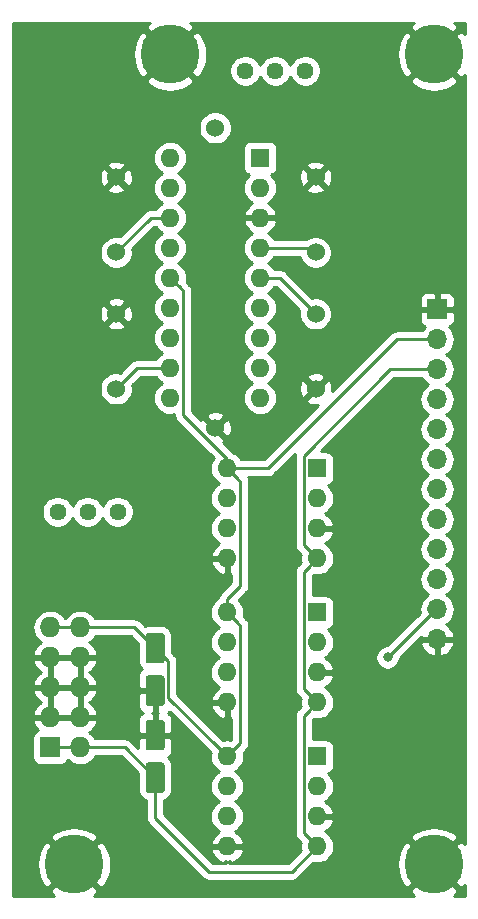
<source format=gbr>
G04 #@! TF.GenerationSoftware,KiCad,Pcbnew,(5.1.4-0-10_14)*
G04 #@! TF.CreationDate,2019-10-08T20:57:53-07:00*
G04 #@! TF.ProjectId,VCF_Main,5643465f-4d61-4696-9e2e-6b696361645f,rev?*
G04 #@! TF.SameCoordinates,Original*
G04 #@! TF.FileFunction,Copper,L2,Bot*
G04 #@! TF.FilePolarity,Positive*
%FSLAX46Y46*%
G04 Gerber Fmt 4.6, Leading zero omitted, Abs format (unit mm)*
G04 Created by KiCad (PCBNEW (5.1.4-0-10_14)) date 2019-10-08 20:57:53*
%MOMM*%
%LPD*%
G04 APERTURE LIST*
%ADD10O,1.600000X1.600000*%
%ADD11R,1.600000X1.600000*%
%ADD12C,1.440000*%
%ADD13C,0.100000*%
%ADD14C,1.600000*%
%ADD15O,1.727200X1.727200*%
%ADD16R,1.727200X1.727200*%
%ADD17O,1.700000X1.700000*%
%ADD18R,1.700000X1.700000*%
%ADD19C,1.524000*%
%ADD20C,5.000000*%
%ADD21C,0.800000*%
%ADD22C,0.250000*%
%ADD23C,0.254000*%
G04 APERTURE END LIST*
D10*
X85344000Y-145796000D03*
X92964000Y-153416000D03*
X85344000Y-148336000D03*
X92964000Y-150876000D03*
X85344000Y-150876000D03*
X92964000Y-148336000D03*
X85344000Y-153416000D03*
D11*
X92964000Y-145796000D03*
D10*
X85344000Y-121412000D03*
X92964000Y-129032000D03*
X85344000Y-123952000D03*
X92964000Y-126492000D03*
X85344000Y-126492000D03*
X92964000Y-123952000D03*
X85344000Y-129032000D03*
D11*
X92964000Y-121412000D03*
D10*
X80518000Y-95123000D03*
X88138000Y-115443000D03*
X80518000Y-97663000D03*
X88138000Y-112903000D03*
X80518000Y-100203000D03*
X88138000Y-110363000D03*
X80518000Y-102743000D03*
X88138000Y-107823000D03*
X80518000Y-105283000D03*
X88138000Y-105283000D03*
X80518000Y-107823000D03*
X88138000Y-102743000D03*
X80518000Y-110363000D03*
X88138000Y-100203000D03*
X80518000Y-112903000D03*
X88138000Y-97663000D03*
X80518000Y-115443000D03*
D11*
X88138000Y-95123000D03*
D12*
X76073000Y-125095000D03*
X73533000Y-125095000D03*
X70993000Y-125095000D03*
X91948000Y-87757000D03*
X89408000Y-87757000D03*
X86868000Y-87757000D03*
D13*
G36*
X79822504Y-138931204D02*
G01*
X79846773Y-138934804D01*
X79870571Y-138940765D01*
X79893671Y-138949030D01*
X79915849Y-138959520D01*
X79936893Y-138972133D01*
X79956598Y-138986747D01*
X79974777Y-139003223D01*
X79991253Y-139021402D01*
X80005867Y-139041107D01*
X80018480Y-139062151D01*
X80028970Y-139084329D01*
X80037235Y-139107429D01*
X80043196Y-139131227D01*
X80046796Y-139155496D01*
X80048000Y-139180000D01*
X80048000Y-141280000D01*
X80046796Y-141304504D01*
X80043196Y-141328773D01*
X80037235Y-141352571D01*
X80028970Y-141375671D01*
X80018480Y-141397849D01*
X80005867Y-141418893D01*
X79991253Y-141438598D01*
X79974777Y-141456777D01*
X79956598Y-141473253D01*
X79936893Y-141487867D01*
X79915849Y-141500480D01*
X79893671Y-141510970D01*
X79870571Y-141519235D01*
X79846773Y-141525196D01*
X79822504Y-141528796D01*
X79798000Y-141530000D01*
X78698000Y-141530000D01*
X78673496Y-141528796D01*
X78649227Y-141525196D01*
X78625429Y-141519235D01*
X78602329Y-141510970D01*
X78580151Y-141500480D01*
X78559107Y-141487867D01*
X78539402Y-141473253D01*
X78521223Y-141456777D01*
X78504747Y-141438598D01*
X78490133Y-141418893D01*
X78477520Y-141397849D01*
X78467030Y-141375671D01*
X78458765Y-141352571D01*
X78452804Y-141328773D01*
X78449204Y-141304504D01*
X78448000Y-141280000D01*
X78448000Y-139180000D01*
X78449204Y-139155496D01*
X78452804Y-139131227D01*
X78458765Y-139107429D01*
X78467030Y-139084329D01*
X78477520Y-139062151D01*
X78490133Y-139041107D01*
X78504747Y-139021402D01*
X78521223Y-139003223D01*
X78539402Y-138986747D01*
X78559107Y-138972133D01*
X78580151Y-138959520D01*
X78602329Y-138949030D01*
X78625429Y-138940765D01*
X78649227Y-138934804D01*
X78673496Y-138931204D01*
X78698000Y-138930000D01*
X79798000Y-138930000D01*
X79822504Y-138931204D01*
X79822504Y-138931204D01*
G37*
D14*
X79248000Y-140230000D03*
D13*
G36*
X79822504Y-135331204D02*
G01*
X79846773Y-135334804D01*
X79870571Y-135340765D01*
X79893671Y-135349030D01*
X79915849Y-135359520D01*
X79936893Y-135372133D01*
X79956598Y-135386747D01*
X79974777Y-135403223D01*
X79991253Y-135421402D01*
X80005867Y-135441107D01*
X80018480Y-135462151D01*
X80028970Y-135484329D01*
X80037235Y-135507429D01*
X80043196Y-135531227D01*
X80046796Y-135555496D01*
X80048000Y-135580000D01*
X80048000Y-137680000D01*
X80046796Y-137704504D01*
X80043196Y-137728773D01*
X80037235Y-137752571D01*
X80028970Y-137775671D01*
X80018480Y-137797849D01*
X80005867Y-137818893D01*
X79991253Y-137838598D01*
X79974777Y-137856777D01*
X79956598Y-137873253D01*
X79936893Y-137887867D01*
X79915849Y-137900480D01*
X79893671Y-137910970D01*
X79870571Y-137919235D01*
X79846773Y-137925196D01*
X79822504Y-137928796D01*
X79798000Y-137930000D01*
X78698000Y-137930000D01*
X78673496Y-137928796D01*
X78649227Y-137925196D01*
X78625429Y-137919235D01*
X78602329Y-137910970D01*
X78580151Y-137900480D01*
X78559107Y-137887867D01*
X78539402Y-137873253D01*
X78521223Y-137856777D01*
X78504747Y-137838598D01*
X78490133Y-137818893D01*
X78477520Y-137797849D01*
X78467030Y-137775671D01*
X78458765Y-137752571D01*
X78452804Y-137728773D01*
X78449204Y-137704504D01*
X78448000Y-137680000D01*
X78448000Y-135580000D01*
X78449204Y-135555496D01*
X78452804Y-135531227D01*
X78458765Y-135507429D01*
X78467030Y-135484329D01*
X78477520Y-135462151D01*
X78490133Y-135441107D01*
X78504747Y-135421402D01*
X78521223Y-135403223D01*
X78539402Y-135386747D01*
X78559107Y-135372133D01*
X78580151Y-135359520D01*
X78602329Y-135349030D01*
X78625429Y-135340765D01*
X78649227Y-135334804D01*
X78673496Y-135331204D01*
X78698000Y-135330000D01*
X79798000Y-135330000D01*
X79822504Y-135331204D01*
X79822504Y-135331204D01*
G37*
D14*
X79248000Y-136630000D03*
D13*
G36*
X79822504Y-146297204D02*
G01*
X79846773Y-146300804D01*
X79870571Y-146306765D01*
X79893671Y-146315030D01*
X79915849Y-146325520D01*
X79936893Y-146338133D01*
X79956598Y-146352747D01*
X79974777Y-146369223D01*
X79991253Y-146387402D01*
X80005867Y-146407107D01*
X80018480Y-146428151D01*
X80028970Y-146450329D01*
X80037235Y-146473429D01*
X80043196Y-146497227D01*
X80046796Y-146521496D01*
X80048000Y-146546000D01*
X80048000Y-148646000D01*
X80046796Y-148670504D01*
X80043196Y-148694773D01*
X80037235Y-148718571D01*
X80028970Y-148741671D01*
X80018480Y-148763849D01*
X80005867Y-148784893D01*
X79991253Y-148804598D01*
X79974777Y-148822777D01*
X79956598Y-148839253D01*
X79936893Y-148853867D01*
X79915849Y-148866480D01*
X79893671Y-148876970D01*
X79870571Y-148885235D01*
X79846773Y-148891196D01*
X79822504Y-148894796D01*
X79798000Y-148896000D01*
X78698000Y-148896000D01*
X78673496Y-148894796D01*
X78649227Y-148891196D01*
X78625429Y-148885235D01*
X78602329Y-148876970D01*
X78580151Y-148866480D01*
X78559107Y-148853867D01*
X78539402Y-148839253D01*
X78521223Y-148822777D01*
X78504747Y-148804598D01*
X78490133Y-148784893D01*
X78477520Y-148763849D01*
X78467030Y-148741671D01*
X78458765Y-148718571D01*
X78452804Y-148694773D01*
X78449204Y-148670504D01*
X78448000Y-148646000D01*
X78448000Y-146546000D01*
X78449204Y-146521496D01*
X78452804Y-146497227D01*
X78458765Y-146473429D01*
X78467030Y-146450329D01*
X78477520Y-146428151D01*
X78490133Y-146407107D01*
X78504747Y-146387402D01*
X78521223Y-146369223D01*
X78539402Y-146352747D01*
X78559107Y-146338133D01*
X78580151Y-146325520D01*
X78602329Y-146315030D01*
X78625429Y-146306765D01*
X78649227Y-146300804D01*
X78673496Y-146297204D01*
X78698000Y-146296000D01*
X79798000Y-146296000D01*
X79822504Y-146297204D01*
X79822504Y-146297204D01*
G37*
D14*
X79248000Y-147596000D03*
D13*
G36*
X79822504Y-142697204D02*
G01*
X79846773Y-142700804D01*
X79870571Y-142706765D01*
X79893671Y-142715030D01*
X79915849Y-142725520D01*
X79936893Y-142738133D01*
X79956598Y-142752747D01*
X79974777Y-142769223D01*
X79991253Y-142787402D01*
X80005867Y-142807107D01*
X80018480Y-142828151D01*
X80028970Y-142850329D01*
X80037235Y-142873429D01*
X80043196Y-142897227D01*
X80046796Y-142921496D01*
X80048000Y-142946000D01*
X80048000Y-145046000D01*
X80046796Y-145070504D01*
X80043196Y-145094773D01*
X80037235Y-145118571D01*
X80028970Y-145141671D01*
X80018480Y-145163849D01*
X80005867Y-145184893D01*
X79991253Y-145204598D01*
X79974777Y-145222777D01*
X79956598Y-145239253D01*
X79936893Y-145253867D01*
X79915849Y-145266480D01*
X79893671Y-145276970D01*
X79870571Y-145285235D01*
X79846773Y-145291196D01*
X79822504Y-145294796D01*
X79798000Y-145296000D01*
X78698000Y-145296000D01*
X78673496Y-145294796D01*
X78649227Y-145291196D01*
X78625429Y-145285235D01*
X78602329Y-145276970D01*
X78580151Y-145266480D01*
X78559107Y-145253867D01*
X78539402Y-145239253D01*
X78521223Y-145222777D01*
X78504747Y-145204598D01*
X78490133Y-145184893D01*
X78477520Y-145163849D01*
X78467030Y-145141671D01*
X78458765Y-145118571D01*
X78452804Y-145094773D01*
X78449204Y-145070504D01*
X78448000Y-145046000D01*
X78448000Y-142946000D01*
X78449204Y-142921496D01*
X78452804Y-142897227D01*
X78458765Y-142873429D01*
X78467030Y-142850329D01*
X78477520Y-142828151D01*
X78490133Y-142807107D01*
X78504747Y-142787402D01*
X78521223Y-142769223D01*
X78539402Y-142752747D01*
X78559107Y-142738133D01*
X78580151Y-142725520D01*
X78602329Y-142715030D01*
X78625429Y-142706765D01*
X78649227Y-142700804D01*
X78673496Y-142697204D01*
X78698000Y-142696000D01*
X79798000Y-142696000D01*
X79822504Y-142697204D01*
X79822504Y-142697204D01*
G37*
D14*
X79248000Y-143996000D03*
D15*
X72898000Y-134874000D03*
X70358000Y-134874000D03*
X72898000Y-137414000D03*
X70358000Y-137414000D03*
X72898000Y-139954000D03*
X70358000Y-139954000D03*
X72898000Y-142494000D03*
X70358000Y-142494000D03*
X72898000Y-145034000D03*
D16*
X70358000Y-145034000D03*
D17*
X103124000Y-135890000D03*
X103124000Y-133350000D03*
X103124000Y-130810000D03*
X103124000Y-128270000D03*
X103124000Y-125730000D03*
X103124000Y-123190000D03*
X103124000Y-120650000D03*
X103124000Y-118110000D03*
X103124000Y-115570000D03*
X103124000Y-113030000D03*
X103124000Y-110490000D03*
D18*
X103124000Y-107950000D03*
D19*
X92837000Y-114681000D03*
X92837000Y-108331000D03*
X92837000Y-96774000D03*
X92837000Y-103124000D03*
X75946000Y-96774000D03*
X75946000Y-103124000D03*
X75946000Y-108331000D03*
X75946000Y-114681000D03*
X84328000Y-117983000D03*
X84328000Y-92583000D03*
D11*
X92964000Y-133604000D03*
D10*
X85344000Y-141224000D03*
X92964000Y-136144000D03*
X85344000Y-138684000D03*
X92964000Y-138684000D03*
X85344000Y-136144000D03*
X92964000Y-141224000D03*
X85344000Y-133604000D03*
D20*
X80518000Y-86360000D03*
X72390000Y-154940000D03*
X102870000Y-86360000D03*
X102870000Y-154940000D03*
D21*
X98933000Y-137414000D03*
D22*
X89789000Y-105283000D02*
X92837000Y-108331000D01*
X88138000Y-105283000D02*
X89789000Y-105283000D01*
X92456000Y-102743000D02*
X92837000Y-103124000D01*
X88138000Y-102743000D02*
X92456000Y-102743000D01*
X78867000Y-100203000D02*
X80518000Y-100203000D01*
X75946000Y-103124000D02*
X78867000Y-100203000D01*
X77724000Y-112903000D02*
X80518000Y-112903000D01*
X75946000Y-114681000D02*
X77724000Y-112903000D01*
X70358000Y-134874000D02*
X72898000Y-134874000D01*
X77492000Y-134874000D02*
X79248000Y-136630000D01*
X72898000Y-134874000D02*
X77492000Y-134874000D01*
X84544001Y-144996001D02*
X85344000Y-145796000D01*
X80373010Y-140825010D02*
X84544001Y-144996001D01*
X80373010Y-137755010D02*
X80373010Y-140825010D01*
X79248000Y-136630000D02*
X80373010Y-137755010D01*
X86469001Y-134729001D02*
X86143999Y-134403999D01*
X86469001Y-144670999D02*
X86469001Y-134729001D01*
X86143999Y-134403999D02*
X85344000Y-133604000D01*
X85344000Y-145796000D02*
X86469001Y-144670999D01*
X86143999Y-122211999D02*
X85344000Y-121412000D01*
X86469001Y-122537001D02*
X86143999Y-122211999D01*
X85344000Y-132472630D02*
X86469001Y-131347629D01*
X86469001Y-131347629D02*
X86469001Y-122537001D01*
X85344000Y-133604000D02*
X85344000Y-132472630D01*
X81643001Y-106408001D02*
X81317999Y-106082999D01*
X81643001Y-116906763D02*
X81643001Y-106408001D01*
X85344000Y-120607762D02*
X81643001Y-116906763D01*
X81317999Y-106082999D02*
X80518000Y-105283000D01*
X85344000Y-121412000D02*
X85344000Y-120607762D01*
X85344000Y-121412000D02*
X88773000Y-121412000D01*
X99695000Y-110490000D02*
X103124000Y-110490000D01*
X88773000Y-121412000D02*
X99695000Y-110490000D01*
X71471600Y-145034000D02*
X72898000Y-145034000D01*
X70358000Y-145034000D02*
X71471600Y-145034000D01*
X76686000Y-145034000D02*
X79248000Y-147596000D01*
X72898000Y-145034000D02*
X76686000Y-145034000D01*
X79248000Y-147596000D02*
X79248000Y-151003000D01*
X79248000Y-151003000D02*
X83820000Y-155575000D01*
X90805000Y-155575000D02*
X92964000Y-153416000D01*
X83820000Y-155575000D02*
X90805000Y-155575000D01*
X91838999Y-142349001D02*
X92164001Y-142023999D01*
X92164001Y-142023999D02*
X92964000Y-141224000D01*
X91838999Y-152290999D02*
X91838999Y-142349001D01*
X92964000Y-153416000D02*
X91838999Y-152290999D01*
X92164001Y-129831999D02*
X92964000Y-129032000D01*
X91838999Y-130157001D02*
X92164001Y-129831999D01*
X91838999Y-140098999D02*
X91838999Y-130157001D01*
X92964000Y-141224000D02*
X91838999Y-140098999D01*
X99160998Y-113030000D02*
X101921919Y-113030000D01*
X91838999Y-120351999D02*
X99160998Y-113030000D01*
X91838999Y-127906999D02*
X91838999Y-120351999D01*
X101921919Y-113030000D02*
X103124000Y-113030000D01*
X92964000Y-129032000D02*
X91838999Y-127906999D01*
X102997000Y-133350000D02*
X103124000Y-133350000D01*
X98933000Y-137414000D02*
X102997000Y-133350000D01*
D23*
G36*
X78770627Y-83738882D02*
G01*
X78494457Y-84156852D01*
X80518000Y-86180395D01*
X82541543Y-84156852D01*
X82265373Y-83738882D01*
X82226206Y-83718000D01*
X101161694Y-83718000D01*
X101122627Y-83738882D01*
X100846457Y-84156852D01*
X102870000Y-86180395D01*
X104893543Y-84156852D01*
X104617373Y-83738882D01*
X104578206Y-83718000D01*
X105512001Y-83718000D01*
X105512001Y-84651696D01*
X105491118Y-84612627D01*
X105073148Y-84336457D01*
X103049605Y-86360000D01*
X105073148Y-88383543D01*
X105491118Y-88107373D01*
X105512001Y-88068204D01*
X105512000Y-153231695D01*
X105491118Y-153192627D01*
X105073148Y-152916457D01*
X103049605Y-154940000D01*
X105073148Y-156963543D01*
X105491118Y-156687373D01*
X105512000Y-156648206D01*
X105512000Y-157582000D01*
X104578306Y-157582000D01*
X104617373Y-157561118D01*
X104893543Y-157143148D01*
X102870000Y-155119605D01*
X100846457Y-157143148D01*
X101122627Y-157561118D01*
X101161794Y-157582000D01*
X74098306Y-157582000D01*
X74137373Y-157561118D01*
X74413543Y-157143148D01*
X72390000Y-155119605D01*
X70366457Y-157143148D01*
X70642627Y-157561118D01*
X70681794Y-157582000D01*
X67208000Y-157582000D01*
X67208000Y-154943328D01*
X69239832Y-154943328D01*
X69301010Y-155557831D01*
X69480897Y-156148592D01*
X69768882Y-156687373D01*
X70186852Y-156963543D01*
X72210395Y-154940000D01*
X72569605Y-154940000D01*
X74593148Y-156963543D01*
X75011118Y-156687373D01*
X75301649Y-156142443D01*
X75480287Y-155551304D01*
X75540168Y-154936672D01*
X75478990Y-154322169D01*
X75299103Y-153731408D01*
X75011118Y-153192627D01*
X74593148Y-152916457D01*
X72569605Y-154940000D01*
X72210395Y-154940000D01*
X70186852Y-152916457D01*
X69768882Y-153192627D01*
X69478351Y-153737557D01*
X69299713Y-154328696D01*
X69239832Y-154943328D01*
X67208000Y-154943328D01*
X67208000Y-152736852D01*
X70366457Y-152736852D01*
X72390000Y-154760395D01*
X74413543Y-152736852D01*
X74137373Y-152318882D01*
X73592443Y-152028351D01*
X73001304Y-151849713D01*
X72386672Y-151789832D01*
X71772169Y-151851010D01*
X71181408Y-152030897D01*
X70642627Y-152318882D01*
X70366457Y-152736852D01*
X67208000Y-152736852D01*
X67208000Y-140313026D01*
X68903042Y-140313026D01*
X68948778Y-140463814D01*
X69075316Y-140728944D01*
X69251146Y-140964293D01*
X69469512Y-141160817D01*
X69575770Y-141224000D01*
X69469512Y-141287183D01*
X69251146Y-141483707D01*
X69075316Y-141719056D01*
X68948778Y-141984186D01*
X68903042Y-142134974D01*
X69024183Y-142367000D01*
X70231000Y-142367000D01*
X70231000Y-140081000D01*
X70485000Y-140081000D01*
X70485000Y-142367000D01*
X72771000Y-142367000D01*
X72771000Y-140081000D01*
X73025000Y-140081000D01*
X73025000Y-142367000D01*
X74231817Y-142367000D01*
X74352958Y-142134974D01*
X74307222Y-141984186D01*
X74180684Y-141719056D01*
X74039440Y-141530000D01*
X77809928Y-141530000D01*
X77822188Y-141654482D01*
X77858498Y-141774180D01*
X77917463Y-141884494D01*
X77996815Y-141981185D01*
X78093506Y-142060537D01*
X78191656Y-142113000D01*
X78093506Y-142165463D01*
X77996815Y-142244815D01*
X77917463Y-142341506D01*
X77858498Y-142451820D01*
X77822188Y-142571518D01*
X77809928Y-142696000D01*
X77813000Y-143710250D01*
X77971750Y-143869000D01*
X79121000Y-143869000D01*
X79121000Y-142219750D01*
X79014250Y-142113000D01*
X79121000Y-142006250D01*
X79121000Y-140357000D01*
X77971750Y-140357000D01*
X77813000Y-140515750D01*
X77809928Y-141530000D01*
X74039440Y-141530000D01*
X74004854Y-141483707D01*
X73786488Y-141287183D01*
X73680230Y-141224000D01*
X73786488Y-141160817D01*
X74004854Y-140964293D01*
X74180684Y-140728944D01*
X74307222Y-140463814D01*
X74352958Y-140313026D01*
X74231817Y-140081000D01*
X73025000Y-140081000D01*
X72771000Y-140081000D01*
X70485000Y-140081000D01*
X70231000Y-140081000D01*
X69024183Y-140081000D01*
X68903042Y-140313026D01*
X67208000Y-140313026D01*
X67208000Y-137773026D01*
X68903042Y-137773026D01*
X68948778Y-137923814D01*
X69075316Y-138188944D01*
X69251146Y-138424293D01*
X69469512Y-138620817D01*
X69575770Y-138684000D01*
X69469512Y-138747183D01*
X69251146Y-138943707D01*
X69075316Y-139179056D01*
X68948778Y-139444186D01*
X68903042Y-139594974D01*
X69024183Y-139827000D01*
X70231000Y-139827000D01*
X70231000Y-137541000D01*
X70485000Y-137541000D01*
X70485000Y-139827000D01*
X72771000Y-139827000D01*
X72771000Y-137541000D01*
X73025000Y-137541000D01*
X73025000Y-139827000D01*
X74231817Y-139827000D01*
X74352958Y-139594974D01*
X74307222Y-139444186D01*
X74180684Y-139179056D01*
X74004854Y-138943707D01*
X73786488Y-138747183D01*
X73680230Y-138684000D01*
X73786488Y-138620817D01*
X74004854Y-138424293D01*
X74180684Y-138188944D01*
X74307222Y-137923814D01*
X74352958Y-137773026D01*
X74231817Y-137541000D01*
X73025000Y-137541000D01*
X72771000Y-137541000D01*
X70485000Y-137541000D01*
X70231000Y-137541000D01*
X69024183Y-137541000D01*
X68903042Y-137773026D01*
X67208000Y-137773026D01*
X67208000Y-134874000D01*
X68852149Y-134874000D01*
X68881084Y-135167777D01*
X68966775Y-135450264D01*
X69105931Y-135710606D01*
X69293203Y-135938797D01*
X69521394Y-136126069D01*
X69565910Y-136149863D01*
X69469512Y-136207183D01*
X69251146Y-136403707D01*
X69075316Y-136639056D01*
X68948778Y-136904186D01*
X68903042Y-137054974D01*
X69024183Y-137287000D01*
X70231000Y-137287000D01*
X70231000Y-137267000D01*
X70485000Y-137267000D01*
X70485000Y-137287000D01*
X72771000Y-137287000D01*
X72771000Y-137267000D01*
X73025000Y-137267000D01*
X73025000Y-137287000D01*
X74231817Y-137287000D01*
X74352958Y-137054974D01*
X74307222Y-136904186D01*
X74180684Y-136639056D01*
X74004854Y-136403707D01*
X73786488Y-136207183D01*
X73690090Y-136149863D01*
X73734606Y-136126069D01*
X73962797Y-135938797D01*
X74150069Y-135710606D01*
X74191016Y-135634000D01*
X77177199Y-135634000D01*
X77809928Y-136266729D01*
X77809928Y-137680000D01*
X77826992Y-137853254D01*
X77877528Y-138019850D01*
X77959595Y-138173386D01*
X78070038Y-138307962D01*
X78146813Y-138370969D01*
X78093506Y-138399463D01*
X77996815Y-138478815D01*
X77917463Y-138575506D01*
X77858498Y-138685820D01*
X77822188Y-138805518D01*
X77809928Y-138930000D01*
X77813000Y-139944250D01*
X77971750Y-140103000D01*
X79121000Y-140103000D01*
X79121000Y-140083000D01*
X79375000Y-140083000D01*
X79375000Y-140103000D01*
X79395000Y-140103000D01*
X79395000Y-140357000D01*
X79375000Y-140357000D01*
X79375000Y-142006250D01*
X79481750Y-142113000D01*
X79375000Y-142219750D01*
X79375000Y-143869000D01*
X80524250Y-143869000D01*
X80683000Y-143710250D01*
X80686072Y-142696000D01*
X80673812Y-142571518D01*
X80637502Y-142451820D01*
X80578537Y-142341506D01*
X80499185Y-142244815D01*
X80402494Y-142165463D01*
X80304344Y-142113000D01*
X80402494Y-142060537D01*
X80474578Y-142001379D01*
X83943292Y-145470094D01*
X83929764Y-145514691D01*
X83902057Y-145796000D01*
X83929764Y-146077309D01*
X84011818Y-146347808D01*
X84145068Y-146597101D01*
X84324392Y-146815608D01*
X84542899Y-146994932D01*
X84675858Y-147066000D01*
X84542899Y-147137068D01*
X84324392Y-147316392D01*
X84145068Y-147534899D01*
X84011818Y-147784192D01*
X83929764Y-148054691D01*
X83902057Y-148336000D01*
X83929764Y-148617309D01*
X84011818Y-148887808D01*
X84145068Y-149137101D01*
X84324392Y-149355608D01*
X84542899Y-149534932D01*
X84675858Y-149606000D01*
X84542899Y-149677068D01*
X84324392Y-149856392D01*
X84145068Y-150074899D01*
X84011818Y-150324192D01*
X83929764Y-150594691D01*
X83902057Y-150876000D01*
X83929764Y-151157309D01*
X84011818Y-151427808D01*
X84145068Y-151677101D01*
X84324392Y-151895608D01*
X84542899Y-152074932D01*
X84680682Y-152148579D01*
X84488869Y-152263615D01*
X84280481Y-152452586D01*
X84112963Y-152678580D01*
X83992754Y-152932913D01*
X83952096Y-153066961D01*
X84074085Y-153289000D01*
X85217000Y-153289000D01*
X85217000Y-153269000D01*
X85471000Y-153269000D01*
X85471000Y-153289000D01*
X86613915Y-153289000D01*
X86735904Y-153066961D01*
X86695246Y-152932913D01*
X86575037Y-152678580D01*
X86407519Y-152452586D01*
X86199131Y-152263615D01*
X86007318Y-152148579D01*
X86145101Y-152074932D01*
X86363608Y-151895608D01*
X86542932Y-151677101D01*
X86676182Y-151427808D01*
X86758236Y-151157309D01*
X86785943Y-150876000D01*
X86758236Y-150594691D01*
X86676182Y-150324192D01*
X86542932Y-150074899D01*
X86363608Y-149856392D01*
X86145101Y-149677068D01*
X86012142Y-149606000D01*
X86145101Y-149534932D01*
X86363608Y-149355608D01*
X86542932Y-149137101D01*
X86676182Y-148887808D01*
X86758236Y-148617309D01*
X86785943Y-148336000D01*
X86758236Y-148054691D01*
X86676182Y-147784192D01*
X86542932Y-147534899D01*
X86363608Y-147316392D01*
X86145101Y-147137068D01*
X86012142Y-147066000D01*
X86145101Y-146994932D01*
X86363608Y-146815608D01*
X86542932Y-146597101D01*
X86676182Y-146347808D01*
X86758236Y-146077309D01*
X86785943Y-145796000D01*
X86758236Y-145514691D01*
X86744708Y-145470094D01*
X86980005Y-145234797D01*
X87009002Y-145211000D01*
X87103975Y-145095275D01*
X87174547Y-144963246D01*
X87218004Y-144819985D01*
X87229001Y-144708332D01*
X87229001Y-144708324D01*
X87232677Y-144670999D01*
X87229001Y-144633674D01*
X87229001Y-134766323D01*
X87232677Y-134729000D01*
X87229001Y-134691677D01*
X87229001Y-134691668D01*
X87218004Y-134580015D01*
X87174547Y-134436754D01*
X87103975Y-134304725D01*
X87009002Y-134189000D01*
X86979998Y-134165197D01*
X86744708Y-133929907D01*
X86758236Y-133885309D01*
X86785943Y-133604000D01*
X86758236Y-133322691D01*
X86676182Y-133052192D01*
X86542932Y-132802899D01*
X86363608Y-132584392D01*
X86332538Y-132558893D01*
X86980005Y-131911427D01*
X87009002Y-131887630D01*
X87103975Y-131771905D01*
X87174547Y-131639876D01*
X87218004Y-131496615D01*
X87229001Y-131384962D01*
X87229001Y-131384954D01*
X87232677Y-131347629D01*
X87229001Y-131310304D01*
X87229001Y-122574323D01*
X87232677Y-122537000D01*
X87229001Y-122499677D01*
X87229001Y-122499668D01*
X87218004Y-122388015D01*
X87174547Y-122244754D01*
X87135659Y-122172000D01*
X88735678Y-122172000D01*
X88773000Y-122175676D01*
X88810322Y-122172000D01*
X88810333Y-122172000D01*
X88921986Y-122161003D01*
X89065247Y-122117546D01*
X89197276Y-122046974D01*
X89313001Y-121952001D01*
X89336804Y-121922997D01*
X91104457Y-120155344D01*
X91095921Y-120183486D01*
X91089997Y-120203014D01*
X91075323Y-120351999D01*
X91079000Y-120389331D01*
X91078999Y-127869677D01*
X91075323Y-127906999D01*
X91078999Y-127944321D01*
X91078999Y-127944331D01*
X91089996Y-128055984D01*
X91133453Y-128199245D01*
X91204025Y-128331275D01*
X91243870Y-128379825D01*
X91298998Y-128447000D01*
X91328001Y-128470803D01*
X91563292Y-128706094D01*
X91549764Y-128750691D01*
X91522057Y-129032000D01*
X91549764Y-129313309D01*
X91563292Y-129357907D01*
X91327997Y-129593202D01*
X91298999Y-129617000D01*
X91275201Y-129645998D01*
X91275200Y-129645999D01*
X91204025Y-129732725D01*
X91133453Y-129864755D01*
X91103179Y-129964559D01*
X91093820Y-129995414D01*
X91089997Y-130008016D01*
X91075323Y-130157001D01*
X91079000Y-130194333D01*
X91078999Y-140061677D01*
X91075323Y-140098999D01*
X91078999Y-140136321D01*
X91078999Y-140136331D01*
X91089996Y-140247984D01*
X91109726Y-140313026D01*
X91133453Y-140391245D01*
X91204025Y-140523275D01*
X91211813Y-140532764D01*
X91298998Y-140639000D01*
X91328001Y-140662803D01*
X91563292Y-140898094D01*
X91549764Y-140942691D01*
X91522057Y-141224000D01*
X91549764Y-141505309D01*
X91563292Y-141549907D01*
X91327997Y-141785202D01*
X91298999Y-141809000D01*
X91275201Y-141837998D01*
X91275200Y-141837999D01*
X91204025Y-141924725D01*
X91133453Y-142056755D01*
X91103406Y-142155812D01*
X91093820Y-142187414D01*
X91089997Y-142200016D01*
X91075323Y-142349001D01*
X91079000Y-142386333D01*
X91078999Y-152253677D01*
X91075323Y-152290999D01*
X91078999Y-152328321D01*
X91078999Y-152328331D01*
X91089996Y-152439984D01*
X91133453Y-152583245D01*
X91204025Y-152715275D01*
X91221733Y-152736852D01*
X91298998Y-152831000D01*
X91328001Y-152854803D01*
X91563292Y-153090094D01*
X91549764Y-153134691D01*
X91522057Y-153416000D01*
X91549764Y-153697309D01*
X91563292Y-153741906D01*
X90490199Y-154815000D01*
X85471002Y-154815000D01*
X85471002Y-154686625D01*
X85693040Y-154807909D01*
X85957881Y-154713070D01*
X86199131Y-154568385D01*
X86407519Y-154379414D01*
X86575037Y-154153420D01*
X86695246Y-153899087D01*
X86735904Y-153765039D01*
X86613915Y-153543000D01*
X85471000Y-153543000D01*
X85471000Y-153563000D01*
X85217000Y-153563000D01*
X85217000Y-153543000D01*
X84074085Y-153543000D01*
X83952096Y-153765039D01*
X83992754Y-153899087D01*
X84112963Y-154153420D01*
X84280481Y-154379414D01*
X84488869Y-154568385D01*
X84730119Y-154713070D01*
X84994960Y-154807909D01*
X85216998Y-154686625D01*
X85216998Y-154815000D01*
X84134803Y-154815000D01*
X80008000Y-150688199D01*
X80008000Y-149505861D01*
X80137850Y-149466472D01*
X80291386Y-149384405D01*
X80425962Y-149273962D01*
X80536405Y-149139386D01*
X80618472Y-148985850D01*
X80669008Y-148819254D01*
X80686072Y-148646000D01*
X80686072Y-146546000D01*
X80669008Y-146372746D01*
X80618472Y-146206150D01*
X80536405Y-146052614D01*
X80425962Y-145918038D01*
X80349187Y-145855031D01*
X80402494Y-145826537D01*
X80499185Y-145747185D01*
X80578537Y-145650494D01*
X80637502Y-145540180D01*
X80673812Y-145420482D01*
X80686072Y-145296000D01*
X80683000Y-144281750D01*
X80524250Y-144123000D01*
X79375000Y-144123000D01*
X79375000Y-144143000D01*
X79121000Y-144143000D01*
X79121000Y-144123000D01*
X77971750Y-144123000D01*
X77813000Y-144281750D01*
X77810571Y-145083770D01*
X77249804Y-144523003D01*
X77226001Y-144493999D01*
X77110276Y-144399026D01*
X76978247Y-144328454D01*
X76834986Y-144284997D01*
X76723333Y-144274000D01*
X76723322Y-144274000D01*
X76686000Y-144270324D01*
X76648678Y-144274000D01*
X74191016Y-144274000D01*
X74150069Y-144197394D01*
X73962797Y-143969203D01*
X73734606Y-143781931D01*
X73690090Y-143758137D01*
X73786488Y-143700817D01*
X74004854Y-143504293D01*
X74180684Y-143268944D01*
X74307222Y-143003814D01*
X74352958Y-142853026D01*
X74231817Y-142621000D01*
X73025000Y-142621000D01*
X73025000Y-142641000D01*
X72771000Y-142641000D01*
X72771000Y-142621000D01*
X70485000Y-142621000D01*
X70485000Y-142641000D01*
X70231000Y-142641000D01*
X70231000Y-142621000D01*
X69024183Y-142621000D01*
X68903042Y-142853026D01*
X68948778Y-143003814D01*
X69075316Y-143268944D01*
X69251146Y-143504293D01*
X69314574Y-143561376D01*
X69250220Y-143580898D01*
X69139906Y-143639863D01*
X69043215Y-143719215D01*
X68963863Y-143815906D01*
X68904898Y-143926220D01*
X68868588Y-144045918D01*
X68856328Y-144170400D01*
X68856328Y-145897600D01*
X68868588Y-146022082D01*
X68904898Y-146141780D01*
X68963863Y-146252094D01*
X69043215Y-146348785D01*
X69139906Y-146428137D01*
X69250220Y-146487102D01*
X69369918Y-146523412D01*
X69494400Y-146535672D01*
X71221600Y-146535672D01*
X71346082Y-146523412D01*
X71465780Y-146487102D01*
X71576094Y-146428137D01*
X71672785Y-146348785D01*
X71752137Y-146252094D01*
X71811102Y-146141780D01*
X71826586Y-146090735D01*
X71833203Y-146098797D01*
X72061394Y-146286069D01*
X72321736Y-146425225D01*
X72604223Y-146510916D01*
X72824381Y-146532600D01*
X72971619Y-146532600D01*
X73191777Y-146510916D01*
X73474264Y-146425225D01*
X73734606Y-146286069D01*
X73962797Y-146098797D01*
X74150069Y-145870606D01*
X74191016Y-145794000D01*
X76371199Y-145794000D01*
X77809928Y-147232730D01*
X77809928Y-148646000D01*
X77826992Y-148819254D01*
X77877528Y-148985850D01*
X77959595Y-149139386D01*
X78070038Y-149273962D01*
X78204614Y-149384405D01*
X78358150Y-149466472D01*
X78488001Y-149505861D01*
X78488001Y-150965668D01*
X78484324Y-151003000D01*
X78498998Y-151151985D01*
X78542454Y-151295246D01*
X78613026Y-151427276D01*
X78684201Y-151514002D01*
X78708000Y-151543001D01*
X78736998Y-151566799D01*
X83256205Y-156086008D01*
X83279999Y-156115001D01*
X83308992Y-156138795D01*
X83308996Y-156138799D01*
X83379685Y-156196811D01*
X83395724Y-156209974D01*
X83527753Y-156280546D01*
X83671014Y-156324003D01*
X83782667Y-156335000D01*
X83782676Y-156335000D01*
X83819999Y-156338676D01*
X83857322Y-156335000D01*
X90767678Y-156335000D01*
X90805000Y-156338676D01*
X90842322Y-156335000D01*
X90842333Y-156335000D01*
X90953986Y-156324003D01*
X91097247Y-156280546D01*
X91229276Y-156209974D01*
X91345001Y-156115001D01*
X91368804Y-156085997D01*
X92511473Y-154943328D01*
X99719832Y-154943328D01*
X99781010Y-155557831D01*
X99960897Y-156148592D01*
X100248882Y-156687373D01*
X100666852Y-156963543D01*
X102690395Y-154940000D01*
X100666852Y-152916457D01*
X100248882Y-153192627D01*
X99958351Y-153737557D01*
X99779713Y-154328696D01*
X99719832Y-154943328D01*
X92511473Y-154943328D01*
X92638094Y-154816708D01*
X92682691Y-154830236D01*
X92893508Y-154851000D01*
X93034492Y-154851000D01*
X93245309Y-154830236D01*
X93515808Y-154748182D01*
X93765101Y-154614932D01*
X93983608Y-154435608D01*
X94162932Y-154217101D01*
X94296182Y-153967808D01*
X94378236Y-153697309D01*
X94405943Y-153416000D01*
X94378236Y-153134691D01*
X94296182Y-152864192D01*
X94228118Y-152736852D01*
X100846457Y-152736852D01*
X102870000Y-154760395D01*
X104893543Y-152736852D01*
X104617373Y-152318882D01*
X104072443Y-152028351D01*
X103481304Y-151849713D01*
X102866672Y-151789832D01*
X102252169Y-151851010D01*
X101661408Y-152030897D01*
X101122627Y-152318882D01*
X100846457Y-152736852D01*
X94228118Y-152736852D01*
X94162932Y-152614899D01*
X93983608Y-152396392D01*
X93765101Y-152217068D01*
X93627318Y-152143421D01*
X93819131Y-152028385D01*
X94027519Y-151839414D01*
X94195037Y-151613420D01*
X94315246Y-151359087D01*
X94355904Y-151225039D01*
X94233915Y-151003000D01*
X93091000Y-151003000D01*
X93091000Y-151023000D01*
X92837000Y-151023000D01*
X92837000Y-151003000D01*
X92817000Y-151003000D01*
X92817000Y-150749000D01*
X92837000Y-150749000D01*
X92837000Y-150729000D01*
X93091000Y-150729000D01*
X93091000Y-150749000D01*
X94233915Y-150749000D01*
X94355904Y-150526961D01*
X94315246Y-150392913D01*
X94195037Y-150138580D01*
X94027519Y-149912586D01*
X93819131Y-149723615D01*
X93627318Y-149608579D01*
X93765101Y-149534932D01*
X93983608Y-149355608D01*
X94162932Y-149137101D01*
X94296182Y-148887808D01*
X94378236Y-148617309D01*
X94405943Y-148336000D01*
X94378236Y-148054691D01*
X94296182Y-147784192D01*
X94162932Y-147534899D01*
X93983608Y-147316392D01*
X93870518Y-147223581D01*
X93888482Y-147221812D01*
X94008180Y-147185502D01*
X94118494Y-147126537D01*
X94215185Y-147047185D01*
X94294537Y-146950494D01*
X94353502Y-146840180D01*
X94389812Y-146720482D01*
X94402072Y-146596000D01*
X94402072Y-144996000D01*
X94389812Y-144871518D01*
X94353502Y-144751820D01*
X94294537Y-144641506D01*
X94215185Y-144544815D01*
X94118494Y-144465463D01*
X94008180Y-144406498D01*
X93888482Y-144370188D01*
X93764000Y-144357928D01*
X92598999Y-144357928D01*
X92598999Y-142663802D01*
X92638093Y-142624708D01*
X92682691Y-142638236D01*
X92893508Y-142659000D01*
X93034492Y-142659000D01*
X93245309Y-142638236D01*
X93515808Y-142556182D01*
X93765101Y-142422932D01*
X93983608Y-142243608D01*
X94162932Y-142025101D01*
X94296182Y-141775808D01*
X94378236Y-141505309D01*
X94405943Y-141224000D01*
X94378236Y-140942691D01*
X94296182Y-140672192D01*
X94162932Y-140422899D01*
X93983608Y-140204392D01*
X93765101Y-140025068D01*
X93627318Y-139951421D01*
X93819131Y-139836385D01*
X94027519Y-139647414D01*
X94195037Y-139421420D01*
X94315246Y-139167087D01*
X94355904Y-139033039D01*
X94233915Y-138811000D01*
X93091000Y-138811000D01*
X93091000Y-138831000D01*
X92837000Y-138831000D01*
X92837000Y-138811000D01*
X92817000Y-138811000D01*
X92817000Y-138557000D01*
X92837000Y-138557000D01*
X92837000Y-138537000D01*
X93091000Y-138537000D01*
X93091000Y-138557000D01*
X94233915Y-138557000D01*
X94355904Y-138334961D01*
X94315246Y-138200913D01*
X94195037Y-137946580D01*
X94027519Y-137720586D01*
X93819131Y-137531615D01*
X93627318Y-137416579D01*
X93765101Y-137342932D01*
X93983608Y-137163608D01*
X94162932Y-136945101D01*
X94296182Y-136695808D01*
X94378236Y-136425309D01*
X94405943Y-136144000D01*
X94378236Y-135862691D01*
X94296182Y-135592192D01*
X94162932Y-135342899D01*
X93983608Y-135124392D01*
X93870518Y-135031581D01*
X93888482Y-135029812D01*
X94008180Y-134993502D01*
X94118494Y-134934537D01*
X94215185Y-134855185D01*
X94294537Y-134758494D01*
X94353502Y-134648180D01*
X94389812Y-134528482D01*
X94402072Y-134404000D01*
X94402072Y-132804000D01*
X94389812Y-132679518D01*
X94353502Y-132559820D01*
X94294537Y-132449506D01*
X94215185Y-132352815D01*
X94118494Y-132273463D01*
X94008180Y-132214498D01*
X93888482Y-132178188D01*
X93764000Y-132165928D01*
X92598999Y-132165928D01*
X92598999Y-130471802D01*
X92638093Y-130432708D01*
X92682691Y-130446236D01*
X92893508Y-130467000D01*
X93034492Y-130467000D01*
X93245309Y-130446236D01*
X93515808Y-130364182D01*
X93765101Y-130230932D01*
X93983608Y-130051608D01*
X94162932Y-129833101D01*
X94296182Y-129583808D01*
X94378236Y-129313309D01*
X94405943Y-129032000D01*
X94378236Y-128750691D01*
X94296182Y-128480192D01*
X94162932Y-128230899D01*
X93983608Y-128012392D01*
X93765101Y-127833068D01*
X93627318Y-127759421D01*
X93819131Y-127644385D01*
X94027519Y-127455414D01*
X94195037Y-127229420D01*
X94315246Y-126975087D01*
X94355904Y-126841039D01*
X94233915Y-126619000D01*
X93091000Y-126619000D01*
X93091000Y-126639000D01*
X92837000Y-126639000D01*
X92837000Y-126619000D01*
X92817000Y-126619000D01*
X92817000Y-126365000D01*
X92837000Y-126365000D01*
X92837000Y-126345000D01*
X93091000Y-126345000D01*
X93091000Y-126365000D01*
X94233915Y-126365000D01*
X94355904Y-126142961D01*
X94315246Y-126008913D01*
X94195037Y-125754580D01*
X94027519Y-125528586D01*
X93819131Y-125339615D01*
X93627318Y-125224579D01*
X93765101Y-125150932D01*
X93983608Y-124971608D01*
X94162932Y-124753101D01*
X94296182Y-124503808D01*
X94378236Y-124233309D01*
X94405943Y-123952000D01*
X94378236Y-123670691D01*
X94296182Y-123400192D01*
X94162932Y-123150899D01*
X93983608Y-122932392D01*
X93870518Y-122839581D01*
X93888482Y-122837812D01*
X94008180Y-122801502D01*
X94118494Y-122742537D01*
X94215185Y-122663185D01*
X94294537Y-122566494D01*
X94353502Y-122456180D01*
X94389812Y-122336482D01*
X94402072Y-122212000D01*
X94402072Y-120612000D01*
X94389812Y-120487518D01*
X94353502Y-120367820D01*
X94294537Y-120257506D01*
X94215185Y-120160815D01*
X94118494Y-120081463D01*
X94008180Y-120022498D01*
X93888482Y-119986188D01*
X93764000Y-119973928D01*
X93291871Y-119973928D01*
X99475800Y-113790000D01*
X101846405Y-113790000D01*
X101883294Y-113859014D01*
X102068866Y-114085134D01*
X102294986Y-114270706D01*
X102349791Y-114300000D01*
X102294986Y-114329294D01*
X102068866Y-114514866D01*
X101883294Y-114740986D01*
X101745401Y-114998966D01*
X101660487Y-115278889D01*
X101631815Y-115570000D01*
X101660487Y-115861111D01*
X101745401Y-116141034D01*
X101883294Y-116399014D01*
X102068866Y-116625134D01*
X102294986Y-116810706D01*
X102349791Y-116840000D01*
X102294986Y-116869294D01*
X102068866Y-117054866D01*
X101883294Y-117280986D01*
X101745401Y-117538966D01*
X101660487Y-117818889D01*
X101631815Y-118110000D01*
X101660487Y-118401111D01*
X101745401Y-118681034D01*
X101883294Y-118939014D01*
X102068866Y-119165134D01*
X102294986Y-119350706D01*
X102349791Y-119380000D01*
X102294986Y-119409294D01*
X102068866Y-119594866D01*
X101883294Y-119820986D01*
X101745401Y-120078966D01*
X101660487Y-120358889D01*
X101631815Y-120650000D01*
X101660487Y-120941111D01*
X101745401Y-121221034D01*
X101883294Y-121479014D01*
X102068866Y-121705134D01*
X102294986Y-121890706D01*
X102349791Y-121920000D01*
X102294986Y-121949294D01*
X102068866Y-122134866D01*
X101883294Y-122360986D01*
X101745401Y-122618966D01*
X101660487Y-122898889D01*
X101631815Y-123190000D01*
X101660487Y-123481111D01*
X101745401Y-123761034D01*
X101883294Y-124019014D01*
X102068866Y-124245134D01*
X102294986Y-124430706D01*
X102349791Y-124460000D01*
X102294986Y-124489294D01*
X102068866Y-124674866D01*
X101883294Y-124900986D01*
X101745401Y-125158966D01*
X101660487Y-125438889D01*
X101631815Y-125730000D01*
X101660487Y-126021111D01*
X101745401Y-126301034D01*
X101883294Y-126559014D01*
X102068866Y-126785134D01*
X102294986Y-126970706D01*
X102349791Y-127000000D01*
X102294986Y-127029294D01*
X102068866Y-127214866D01*
X101883294Y-127440986D01*
X101745401Y-127698966D01*
X101660487Y-127978889D01*
X101631815Y-128270000D01*
X101660487Y-128561111D01*
X101745401Y-128841034D01*
X101883294Y-129099014D01*
X102068866Y-129325134D01*
X102294986Y-129510706D01*
X102349791Y-129540000D01*
X102294986Y-129569294D01*
X102068866Y-129754866D01*
X101883294Y-129980986D01*
X101745401Y-130238966D01*
X101660487Y-130518889D01*
X101631815Y-130810000D01*
X101660487Y-131101111D01*
X101745401Y-131381034D01*
X101883294Y-131639014D01*
X102068866Y-131865134D01*
X102294986Y-132050706D01*
X102349791Y-132080000D01*
X102294986Y-132109294D01*
X102068866Y-132294866D01*
X101883294Y-132520986D01*
X101745401Y-132778966D01*
X101660487Y-133058889D01*
X101631815Y-133350000D01*
X101657851Y-133614347D01*
X98893199Y-136379000D01*
X98831061Y-136379000D01*
X98631102Y-136418774D01*
X98442744Y-136496795D01*
X98273226Y-136610063D01*
X98129063Y-136754226D01*
X98015795Y-136923744D01*
X97937774Y-137112102D01*
X97898000Y-137312061D01*
X97898000Y-137515939D01*
X97937774Y-137715898D01*
X98015795Y-137904256D01*
X98129063Y-138073774D01*
X98273226Y-138217937D01*
X98442744Y-138331205D01*
X98631102Y-138409226D01*
X98831061Y-138449000D01*
X99034939Y-138449000D01*
X99234898Y-138409226D01*
X99423256Y-138331205D01*
X99592774Y-138217937D01*
X99736937Y-138073774D01*
X99850205Y-137904256D01*
X99928226Y-137715898D01*
X99968000Y-137515939D01*
X99968000Y-137453801D01*
X101174911Y-136246890D01*
X101682524Y-136246890D01*
X101727175Y-136394099D01*
X101852359Y-136656920D01*
X102026412Y-136890269D01*
X102242645Y-137085178D01*
X102492748Y-137234157D01*
X102767109Y-137331481D01*
X102997000Y-137210814D01*
X102997000Y-136017000D01*
X103251000Y-136017000D01*
X103251000Y-137210814D01*
X103480891Y-137331481D01*
X103755252Y-137234157D01*
X104005355Y-137085178D01*
X104221588Y-136890269D01*
X104395641Y-136656920D01*
X104520825Y-136394099D01*
X104565476Y-136246890D01*
X104444155Y-136017000D01*
X103251000Y-136017000D01*
X102997000Y-136017000D01*
X101803845Y-136017000D01*
X101682524Y-136246890D01*
X101174911Y-136246890D01*
X101753742Y-135668060D01*
X101803845Y-135763000D01*
X102997000Y-135763000D01*
X102997000Y-135743000D01*
X103251000Y-135743000D01*
X103251000Y-135763000D01*
X104444155Y-135763000D01*
X104565476Y-135533110D01*
X104520825Y-135385901D01*
X104395641Y-135123080D01*
X104221588Y-134889731D01*
X104005355Y-134694822D01*
X103888477Y-134625201D01*
X103953014Y-134590706D01*
X104179134Y-134405134D01*
X104364706Y-134179014D01*
X104502599Y-133921034D01*
X104587513Y-133641111D01*
X104616185Y-133350000D01*
X104587513Y-133058889D01*
X104502599Y-132778966D01*
X104364706Y-132520986D01*
X104179134Y-132294866D01*
X103953014Y-132109294D01*
X103898209Y-132080000D01*
X103953014Y-132050706D01*
X104179134Y-131865134D01*
X104364706Y-131639014D01*
X104502599Y-131381034D01*
X104587513Y-131101111D01*
X104616185Y-130810000D01*
X104587513Y-130518889D01*
X104502599Y-130238966D01*
X104364706Y-129980986D01*
X104179134Y-129754866D01*
X103953014Y-129569294D01*
X103898209Y-129540000D01*
X103953014Y-129510706D01*
X104179134Y-129325134D01*
X104364706Y-129099014D01*
X104502599Y-128841034D01*
X104587513Y-128561111D01*
X104616185Y-128270000D01*
X104587513Y-127978889D01*
X104502599Y-127698966D01*
X104364706Y-127440986D01*
X104179134Y-127214866D01*
X103953014Y-127029294D01*
X103898209Y-127000000D01*
X103953014Y-126970706D01*
X104179134Y-126785134D01*
X104364706Y-126559014D01*
X104502599Y-126301034D01*
X104587513Y-126021111D01*
X104616185Y-125730000D01*
X104587513Y-125438889D01*
X104502599Y-125158966D01*
X104364706Y-124900986D01*
X104179134Y-124674866D01*
X103953014Y-124489294D01*
X103898209Y-124460000D01*
X103953014Y-124430706D01*
X104179134Y-124245134D01*
X104364706Y-124019014D01*
X104502599Y-123761034D01*
X104587513Y-123481111D01*
X104616185Y-123190000D01*
X104587513Y-122898889D01*
X104502599Y-122618966D01*
X104364706Y-122360986D01*
X104179134Y-122134866D01*
X103953014Y-121949294D01*
X103898209Y-121920000D01*
X103953014Y-121890706D01*
X104179134Y-121705134D01*
X104364706Y-121479014D01*
X104502599Y-121221034D01*
X104587513Y-120941111D01*
X104616185Y-120650000D01*
X104587513Y-120358889D01*
X104502599Y-120078966D01*
X104364706Y-119820986D01*
X104179134Y-119594866D01*
X103953014Y-119409294D01*
X103898209Y-119380000D01*
X103953014Y-119350706D01*
X104179134Y-119165134D01*
X104364706Y-118939014D01*
X104502599Y-118681034D01*
X104587513Y-118401111D01*
X104616185Y-118110000D01*
X104587513Y-117818889D01*
X104502599Y-117538966D01*
X104364706Y-117280986D01*
X104179134Y-117054866D01*
X103953014Y-116869294D01*
X103898209Y-116840000D01*
X103953014Y-116810706D01*
X104179134Y-116625134D01*
X104364706Y-116399014D01*
X104502599Y-116141034D01*
X104587513Y-115861111D01*
X104616185Y-115570000D01*
X104587513Y-115278889D01*
X104502599Y-114998966D01*
X104364706Y-114740986D01*
X104179134Y-114514866D01*
X103953014Y-114329294D01*
X103898209Y-114300000D01*
X103953014Y-114270706D01*
X104179134Y-114085134D01*
X104364706Y-113859014D01*
X104502599Y-113601034D01*
X104587513Y-113321111D01*
X104616185Y-113030000D01*
X104587513Y-112738889D01*
X104502599Y-112458966D01*
X104364706Y-112200986D01*
X104179134Y-111974866D01*
X103953014Y-111789294D01*
X103898209Y-111760000D01*
X103953014Y-111730706D01*
X104179134Y-111545134D01*
X104364706Y-111319014D01*
X104502599Y-111061034D01*
X104587513Y-110781111D01*
X104616185Y-110490000D01*
X104587513Y-110198889D01*
X104502599Y-109918966D01*
X104364706Y-109660986D01*
X104179134Y-109434866D01*
X104149313Y-109410393D01*
X104218180Y-109389502D01*
X104328494Y-109330537D01*
X104425185Y-109251185D01*
X104504537Y-109154494D01*
X104563502Y-109044180D01*
X104599812Y-108924482D01*
X104612072Y-108800000D01*
X104609000Y-108235750D01*
X104450250Y-108077000D01*
X103251000Y-108077000D01*
X103251000Y-108097000D01*
X102997000Y-108097000D01*
X102997000Y-108077000D01*
X101797750Y-108077000D01*
X101639000Y-108235750D01*
X101635928Y-108800000D01*
X101648188Y-108924482D01*
X101684498Y-109044180D01*
X101743463Y-109154494D01*
X101822815Y-109251185D01*
X101919506Y-109330537D01*
X102029820Y-109389502D01*
X102098687Y-109410393D01*
X102068866Y-109434866D01*
X101883294Y-109660986D01*
X101846405Y-109730000D01*
X99732333Y-109730000D01*
X99695000Y-109726323D01*
X99657667Y-109730000D01*
X99546014Y-109740997D01*
X99402753Y-109784454D01*
X99270724Y-109855026D01*
X99154999Y-109949999D01*
X99131201Y-109978997D01*
X94225921Y-114884278D01*
X94226023Y-114883865D01*
X94238910Y-114608983D01*
X94197922Y-114336867D01*
X94104636Y-114077977D01*
X94042656Y-113962020D01*
X93802565Y-113895040D01*
X93016605Y-114681000D01*
X93030748Y-114695143D01*
X92851143Y-114874748D01*
X92837000Y-114860605D01*
X92051040Y-115646565D01*
X92118020Y-115886656D01*
X92367048Y-116003756D01*
X92634135Y-116070023D01*
X92909017Y-116082910D01*
X93048263Y-116061936D01*
X88458199Y-120652000D01*
X86564901Y-120652000D01*
X86542932Y-120610899D01*
X86363608Y-120392392D01*
X86145101Y-120213068D01*
X85895808Y-120079818D01*
X85893262Y-120079046D01*
X85884001Y-120067761D01*
X85855003Y-120043963D01*
X85016166Y-119205126D01*
X85046980Y-119188656D01*
X85113960Y-118948565D01*
X84328000Y-118162605D01*
X84313858Y-118176748D01*
X84134253Y-117997143D01*
X84148395Y-117983000D01*
X84507605Y-117983000D01*
X85293565Y-118768960D01*
X85533656Y-118701980D01*
X85650756Y-118452952D01*
X85717023Y-118185865D01*
X85729910Y-117910983D01*
X85688922Y-117638867D01*
X85595636Y-117379977D01*
X85533656Y-117264020D01*
X85293565Y-117197040D01*
X84507605Y-117983000D01*
X84148395Y-117983000D01*
X83362435Y-117197040D01*
X83122344Y-117264020D01*
X83107221Y-117296182D01*
X82828474Y-117017435D01*
X83542040Y-117017435D01*
X84328000Y-117803395D01*
X85113960Y-117017435D01*
X85046980Y-116777344D01*
X84797952Y-116660244D01*
X84530865Y-116593977D01*
X84255983Y-116581090D01*
X83983867Y-116622078D01*
X83724977Y-116715364D01*
X83609020Y-116777344D01*
X83542040Y-117017435D01*
X82828474Y-117017435D01*
X82403001Y-116591962D01*
X82403001Y-106445323D01*
X82406677Y-106408000D01*
X82403001Y-106370677D01*
X82403001Y-106370668D01*
X82392004Y-106259015D01*
X82348547Y-106115754D01*
X82277975Y-105983725D01*
X82183002Y-105868000D01*
X82153998Y-105844197D01*
X81918708Y-105608907D01*
X81932236Y-105564309D01*
X81959943Y-105283000D01*
X81932236Y-105001691D01*
X81850182Y-104731192D01*
X81716932Y-104481899D01*
X81537608Y-104263392D01*
X81319101Y-104084068D01*
X81186142Y-104013000D01*
X81319101Y-103941932D01*
X81537608Y-103762608D01*
X81716932Y-103544101D01*
X81850182Y-103294808D01*
X81932236Y-103024309D01*
X81959943Y-102743000D01*
X86696057Y-102743000D01*
X86723764Y-103024309D01*
X86805818Y-103294808D01*
X86939068Y-103544101D01*
X87118392Y-103762608D01*
X87336899Y-103941932D01*
X87469858Y-104013000D01*
X87336899Y-104084068D01*
X87118392Y-104263392D01*
X86939068Y-104481899D01*
X86805818Y-104731192D01*
X86723764Y-105001691D01*
X86696057Y-105283000D01*
X86723764Y-105564309D01*
X86805818Y-105834808D01*
X86939068Y-106084101D01*
X87118392Y-106302608D01*
X87336899Y-106481932D01*
X87469858Y-106553000D01*
X87336899Y-106624068D01*
X87118392Y-106803392D01*
X86939068Y-107021899D01*
X86805818Y-107271192D01*
X86723764Y-107541691D01*
X86696057Y-107823000D01*
X86723764Y-108104309D01*
X86805818Y-108374808D01*
X86939068Y-108624101D01*
X87118392Y-108842608D01*
X87336899Y-109021932D01*
X87469858Y-109093000D01*
X87336899Y-109164068D01*
X87118392Y-109343392D01*
X86939068Y-109561899D01*
X86805818Y-109811192D01*
X86723764Y-110081691D01*
X86696057Y-110363000D01*
X86723764Y-110644309D01*
X86805818Y-110914808D01*
X86939068Y-111164101D01*
X87118392Y-111382608D01*
X87336899Y-111561932D01*
X87469858Y-111633000D01*
X87336899Y-111704068D01*
X87118392Y-111883392D01*
X86939068Y-112101899D01*
X86805818Y-112351192D01*
X86723764Y-112621691D01*
X86696057Y-112903000D01*
X86723764Y-113184309D01*
X86805818Y-113454808D01*
X86939068Y-113704101D01*
X87118392Y-113922608D01*
X87336899Y-114101932D01*
X87469858Y-114173000D01*
X87336899Y-114244068D01*
X87118392Y-114423392D01*
X86939068Y-114641899D01*
X86805818Y-114891192D01*
X86723764Y-115161691D01*
X86696057Y-115443000D01*
X86723764Y-115724309D01*
X86805818Y-115994808D01*
X86939068Y-116244101D01*
X87118392Y-116462608D01*
X87336899Y-116641932D01*
X87586192Y-116775182D01*
X87856691Y-116857236D01*
X88067508Y-116878000D01*
X88208492Y-116878000D01*
X88419309Y-116857236D01*
X88689808Y-116775182D01*
X88939101Y-116641932D01*
X89157608Y-116462608D01*
X89336932Y-116244101D01*
X89470182Y-115994808D01*
X89552236Y-115724309D01*
X89579943Y-115443000D01*
X89552236Y-115161691D01*
X89470182Y-114891192D01*
X89396326Y-114753017D01*
X91435090Y-114753017D01*
X91476078Y-115025133D01*
X91569364Y-115284023D01*
X91631344Y-115399980D01*
X91871435Y-115466960D01*
X92657395Y-114681000D01*
X91871435Y-113895040D01*
X91631344Y-113962020D01*
X91514244Y-114211048D01*
X91447977Y-114478135D01*
X91435090Y-114753017D01*
X89396326Y-114753017D01*
X89336932Y-114641899D01*
X89157608Y-114423392D01*
X88939101Y-114244068D01*
X88806142Y-114173000D01*
X88939101Y-114101932D01*
X89157608Y-113922608D01*
X89327630Y-113715435D01*
X92051040Y-113715435D01*
X92837000Y-114501395D01*
X93622960Y-113715435D01*
X93555980Y-113475344D01*
X93306952Y-113358244D01*
X93039865Y-113291977D01*
X92764983Y-113279090D01*
X92492867Y-113320078D01*
X92233977Y-113413364D01*
X92118020Y-113475344D01*
X92051040Y-113715435D01*
X89327630Y-113715435D01*
X89336932Y-113704101D01*
X89470182Y-113454808D01*
X89552236Y-113184309D01*
X89579943Y-112903000D01*
X89552236Y-112621691D01*
X89470182Y-112351192D01*
X89336932Y-112101899D01*
X89157608Y-111883392D01*
X88939101Y-111704068D01*
X88806142Y-111633000D01*
X88939101Y-111561932D01*
X89157608Y-111382608D01*
X89336932Y-111164101D01*
X89470182Y-110914808D01*
X89552236Y-110644309D01*
X89579943Y-110363000D01*
X89552236Y-110081691D01*
X89470182Y-109811192D01*
X89336932Y-109561899D01*
X89157608Y-109343392D01*
X88939101Y-109164068D01*
X88806142Y-109093000D01*
X88939101Y-109021932D01*
X89157608Y-108842608D01*
X89336932Y-108624101D01*
X89470182Y-108374808D01*
X89552236Y-108104309D01*
X89579943Y-107823000D01*
X89552236Y-107541691D01*
X89470182Y-107271192D01*
X89336932Y-107021899D01*
X89157608Y-106803392D01*
X88939101Y-106624068D01*
X88806142Y-106553000D01*
X88939101Y-106481932D01*
X89157608Y-106302608D01*
X89336932Y-106084101D01*
X89358901Y-106043000D01*
X89474199Y-106043000D01*
X91470628Y-108039430D01*
X91440000Y-108193408D01*
X91440000Y-108468592D01*
X91493686Y-108738490D01*
X91598995Y-108992727D01*
X91751880Y-109221535D01*
X91946465Y-109416120D01*
X92175273Y-109569005D01*
X92429510Y-109674314D01*
X92699408Y-109728000D01*
X92974592Y-109728000D01*
X93244490Y-109674314D01*
X93498727Y-109569005D01*
X93727535Y-109416120D01*
X93922120Y-109221535D01*
X94075005Y-108992727D01*
X94180314Y-108738490D01*
X94234000Y-108468592D01*
X94234000Y-108193408D01*
X94180314Y-107923510D01*
X94075005Y-107669273D01*
X93922120Y-107440465D01*
X93727535Y-107245880D01*
X93509211Y-107100000D01*
X101635928Y-107100000D01*
X101639000Y-107664250D01*
X101797750Y-107823000D01*
X102997000Y-107823000D01*
X102997000Y-106623750D01*
X103251000Y-106623750D01*
X103251000Y-107823000D01*
X104450250Y-107823000D01*
X104609000Y-107664250D01*
X104612072Y-107100000D01*
X104599812Y-106975518D01*
X104563502Y-106855820D01*
X104504537Y-106745506D01*
X104425185Y-106648815D01*
X104328494Y-106569463D01*
X104218180Y-106510498D01*
X104098482Y-106474188D01*
X103974000Y-106461928D01*
X103409750Y-106465000D01*
X103251000Y-106623750D01*
X102997000Y-106623750D01*
X102838250Y-106465000D01*
X102274000Y-106461928D01*
X102149518Y-106474188D01*
X102029820Y-106510498D01*
X101919506Y-106569463D01*
X101822815Y-106648815D01*
X101743463Y-106745506D01*
X101684498Y-106855820D01*
X101648188Y-106975518D01*
X101635928Y-107100000D01*
X93509211Y-107100000D01*
X93498727Y-107092995D01*
X93244490Y-106987686D01*
X92974592Y-106934000D01*
X92699408Y-106934000D01*
X92545430Y-106964628D01*
X90352804Y-104772003D01*
X90329001Y-104742999D01*
X90213276Y-104648026D01*
X90081247Y-104577454D01*
X89937986Y-104533997D01*
X89826333Y-104523000D01*
X89826322Y-104523000D01*
X89789000Y-104519324D01*
X89751678Y-104523000D01*
X89358901Y-104523000D01*
X89336932Y-104481899D01*
X89157608Y-104263392D01*
X88939101Y-104084068D01*
X88806142Y-104013000D01*
X88939101Y-103941932D01*
X89157608Y-103762608D01*
X89336932Y-103544101D01*
X89358901Y-103503000D01*
X91488019Y-103503000D01*
X91493686Y-103531490D01*
X91598995Y-103785727D01*
X91751880Y-104014535D01*
X91946465Y-104209120D01*
X92175273Y-104362005D01*
X92429510Y-104467314D01*
X92699408Y-104521000D01*
X92974592Y-104521000D01*
X93244490Y-104467314D01*
X93498727Y-104362005D01*
X93727535Y-104209120D01*
X93922120Y-104014535D01*
X94075005Y-103785727D01*
X94180314Y-103531490D01*
X94234000Y-103261592D01*
X94234000Y-102986408D01*
X94180314Y-102716510D01*
X94075005Y-102462273D01*
X93922120Y-102233465D01*
X93727535Y-102038880D01*
X93498727Y-101885995D01*
X93244490Y-101780686D01*
X92974592Y-101727000D01*
X92699408Y-101727000D01*
X92429510Y-101780686D01*
X92175273Y-101885995D01*
X92030095Y-101983000D01*
X89358901Y-101983000D01*
X89336932Y-101941899D01*
X89157608Y-101723392D01*
X88939101Y-101544068D01*
X88801318Y-101470421D01*
X88993131Y-101355385D01*
X89201519Y-101166414D01*
X89369037Y-100940420D01*
X89489246Y-100686087D01*
X89529904Y-100552039D01*
X89407915Y-100330000D01*
X88265000Y-100330000D01*
X88265000Y-100350000D01*
X88011000Y-100350000D01*
X88011000Y-100330000D01*
X86868085Y-100330000D01*
X86746096Y-100552039D01*
X86786754Y-100686087D01*
X86906963Y-100940420D01*
X87074481Y-101166414D01*
X87282869Y-101355385D01*
X87474682Y-101470421D01*
X87336899Y-101544068D01*
X87118392Y-101723392D01*
X86939068Y-101941899D01*
X86805818Y-102191192D01*
X86723764Y-102461691D01*
X86696057Y-102743000D01*
X81959943Y-102743000D01*
X81932236Y-102461691D01*
X81850182Y-102191192D01*
X81716932Y-101941899D01*
X81537608Y-101723392D01*
X81319101Y-101544068D01*
X81186142Y-101473000D01*
X81319101Y-101401932D01*
X81537608Y-101222608D01*
X81716932Y-101004101D01*
X81850182Y-100754808D01*
X81932236Y-100484309D01*
X81959943Y-100203000D01*
X81932236Y-99921691D01*
X81850182Y-99651192D01*
X81716932Y-99401899D01*
X81537608Y-99183392D01*
X81319101Y-99004068D01*
X81186142Y-98933000D01*
X81319101Y-98861932D01*
X81537608Y-98682608D01*
X81716932Y-98464101D01*
X81850182Y-98214808D01*
X81932236Y-97944309D01*
X81959943Y-97663000D01*
X86696057Y-97663000D01*
X86723764Y-97944309D01*
X86805818Y-98214808D01*
X86939068Y-98464101D01*
X87118392Y-98682608D01*
X87336899Y-98861932D01*
X87474682Y-98935579D01*
X87282869Y-99050615D01*
X87074481Y-99239586D01*
X86906963Y-99465580D01*
X86786754Y-99719913D01*
X86746096Y-99853961D01*
X86868085Y-100076000D01*
X88011000Y-100076000D01*
X88011000Y-100056000D01*
X88265000Y-100056000D01*
X88265000Y-100076000D01*
X89407915Y-100076000D01*
X89529904Y-99853961D01*
X89489246Y-99719913D01*
X89369037Y-99465580D01*
X89201519Y-99239586D01*
X88993131Y-99050615D01*
X88801318Y-98935579D01*
X88939101Y-98861932D01*
X89157608Y-98682608D01*
X89336932Y-98464101D01*
X89470182Y-98214808D01*
X89552236Y-97944309D01*
X89572401Y-97739565D01*
X92051040Y-97739565D01*
X92118020Y-97979656D01*
X92367048Y-98096756D01*
X92634135Y-98163023D01*
X92909017Y-98175910D01*
X93181133Y-98134922D01*
X93440023Y-98041636D01*
X93555980Y-97979656D01*
X93622960Y-97739565D01*
X92837000Y-96953605D01*
X92051040Y-97739565D01*
X89572401Y-97739565D01*
X89579943Y-97663000D01*
X89552236Y-97381691D01*
X89470182Y-97111192D01*
X89336932Y-96861899D01*
X89323898Y-96846017D01*
X91435090Y-96846017D01*
X91476078Y-97118133D01*
X91569364Y-97377023D01*
X91631344Y-97492980D01*
X91871435Y-97559960D01*
X92657395Y-96774000D01*
X93016605Y-96774000D01*
X93802565Y-97559960D01*
X94042656Y-97492980D01*
X94159756Y-97243952D01*
X94226023Y-96976865D01*
X94238910Y-96701983D01*
X94197922Y-96429867D01*
X94104636Y-96170977D01*
X94042656Y-96055020D01*
X93802565Y-95988040D01*
X93016605Y-96774000D01*
X92657395Y-96774000D01*
X91871435Y-95988040D01*
X91631344Y-96055020D01*
X91514244Y-96304048D01*
X91447977Y-96571135D01*
X91435090Y-96846017D01*
X89323898Y-96846017D01*
X89157608Y-96643392D01*
X89044518Y-96550581D01*
X89062482Y-96548812D01*
X89182180Y-96512502D01*
X89292494Y-96453537D01*
X89389185Y-96374185D01*
X89468537Y-96277494D01*
X89527502Y-96167180D01*
X89563812Y-96047482D01*
X89576072Y-95923000D01*
X89576072Y-95808435D01*
X92051040Y-95808435D01*
X92837000Y-96594395D01*
X93622960Y-95808435D01*
X93555980Y-95568344D01*
X93306952Y-95451244D01*
X93039865Y-95384977D01*
X92764983Y-95372090D01*
X92492867Y-95413078D01*
X92233977Y-95506364D01*
X92118020Y-95568344D01*
X92051040Y-95808435D01*
X89576072Y-95808435D01*
X89576072Y-94323000D01*
X89563812Y-94198518D01*
X89527502Y-94078820D01*
X89468537Y-93968506D01*
X89389185Y-93871815D01*
X89292494Y-93792463D01*
X89182180Y-93733498D01*
X89062482Y-93697188D01*
X88938000Y-93684928D01*
X87338000Y-93684928D01*
X87213518Y-93697188D01*
X87093820Y-93733498D01*
X86983506Y-93792463D01*
X86886815Y-93871815D01*
X86807463Y-93968506D01*
X86748498Y-94078820D01*
X86712188Y-94198518D01*
X86699928Y-94323000D01*
X86699928Y-95923000D01*
X86712188Y-96047482D01*
X86748498Y-96167180D01*
X86807463Y-96277494D01*
X86886815Y-96374185D01*
X86983506Y-96453537D01*
X87093820Y-96512502D01*
X87213518Y-96548812D01*
X87231482Y-96550581D01*
X87118392Y-96643392D01*
X86939068Y-96861899D01*
X86805818Y-97111192D01*
X86723764Y-97381691D01*
X86696057Y-97663000D01*
X81959943Y-97663000D01*
X81932236Y-97381691D01*
X81850182Y-97111192D01*
X81716932Y-96861899D01*
X81537608Y-96643392D01*
X81319101Y-96464068D01*
X81186142Y-96393000D01*
X81319101Y-96321932D01*
X81537608Y-96142608D01*
X81716932Y-95924101D01*
X81850182Y-95674808D01*
X81932236Y-95404309D01*
X81959943Y-95123000D01*
X81932236Y-94841691D01*
X81850182Y-94571192D01*
X81716932Y-94321899D01*
X81537608Y-94103392D01*
X81319101Y-93924068D01*
X81069808Y-93790818D01*
X80799309Y-93708764D01*
X80588492Y-93688000D01*
X80447508Y-93688000D01*
X80236691Y-93708764D01*
X79966192Y-93790818D01*
X79716899Y-93924068D01*
X79498392Y-94103392D01*
X79319068Y-94321899D01*
X79185818Y-94571192D01*
X79103764Y-94841691D01*
X79076057Y-95123000D01*
X79103764Y-95404309D01*
X79185818Y-95674808D01*
X79319068Y-95924101D01*
X79498392Y-96142608D01*
X79716899Y-96321932D01*
X79849858Y-96393000D01*
X79716899Y-96464068D01*
X79498392Y-96643392D01*
X79319068Y-96861899D01*
X79185818Y-97111192D01*
X79103764Y-97381691D01*
X79076057Y-97663000D01*
X79103764Y-97944309D01*
X79185818Y-98214808D01*
X79319068Y-98464101D01*
X79498392Y-98682608D01*
X79716899Y-98861932D01*
X79849858Y-98933000D01*
X79716899Y-99004068D01*
X79498392Y-99183392D01*
X79319068Y-99401899D01*
X79297099Y-99443000D01*
X78904323Y-99443000D01*
X78867000Y-99439324D01*
X78829677Y-99443000D01*
X78829667Y-99443000D01*
X78718014Y-99453997D01*
X78574753Y-99497454D01*
X78442724Y-99568026D01*
X78326999Y-99662999D01*
X78303201Y-99691997D01*
X76237571Y-101757628D01*
X76083592Y-101727000D01*
X75808408Y-101727000D01*
X75538510Y-101780686D01*
X75284273Y-101885995D01*
X75055465Y-102038880D01*
X74860880Y-102233465D01*
X74707995Y-102462273D01*
X74602686Y-102716510D01*
X74549000Y-102986408D01*
X74549000Y-103261592D01*
X74602686Y-103531490D01*
X74707995Y-103785727D01*
X74860880Y-104014535D01*
X75055465Y-104209120D01*
X75284273Y-104362005D01*
X75538510Y-104467314D01*
X75808408Y-104521000D01*
X76083592Y-104521000D01*
X76353490Y-104467314D01*
X76607727Y-104362005D01*
X76836535Y-104209120D01*
X77031120Y-104014535D01*
X77184005Y-103785727D01*
X77289314Y-103531490D01*
X77343000Y-103261592D01*
X77343000Y-102986408D01*
X77312372Y-102832429D01*
X79181802Y-100963000D01*
X79297099Y-100963000D01*
X79319068Y-101004101D01*
X79498392Y-101222608D01*
X79716899Y-101401932D01*
X79849858Y-101473000D01*
X79716899Y-101544068D01*
X79498392Y-101723392D01*
X79319068Y-101941899D01*
X79185818Y-102191192D01*
X79103764Y-102461691D01*
X79076057Y-102743000D01*
X79103764Y-103024309D01*
X79185818Y-103294808D01*
X79319068Y-103544101D01*
X79498392Y-103762608D01*
X79716899Y-103941932D01*
X79849858Y-104013000D01*
X79716899Y-104084068D01*
X79498392Y-104263392D01*
X79319068Y-104481899D01*
X79185818Y-104731192D01*
X79103764Y-105001691D01*
X79076057Y-105283000D01*
X79103764Y-105564309D01*
X79185818Y-105834808D01*
X79319068Y-106084101D01*
X79498392Y-106302608D01*
X79716899Y-106481932D01*
X79849858Y-106553000D01*
X79716899Y-106624068D01*
X79498392Y-106803392D01*
X79319068Y-107021899D01*
X79185818Y-107271192D01*
X79103764Y-107541691D01*
X79076057Y-107823000D01*
X79103764Y-108104309D01*
X79185818Y-108374808D01*
X79319068Y-108624101D01*
X79498392Y-108842608D01*
X79716899Y-109021932D01*
X79849858Y-109093000D01*
X79716899Y-109164068D01*
X79498392Y-109343392D01*
X79319068Y-109561899D01*
X79185818Y-109811192D01*
X79103764Y-110081691D01*
X79076057Y-110363000D01*
X79103764Y-110644309D01*
X79185818Y-110914808D01*
X79319068Y-111164101D01*
X79498392Y-111382608D01*
X79716899Y-111561932D01*
X79849858Y-111633000D01*
X79716899Y-111704068D01*
X79498392Y-111883392D01*
X79319068Y-112101899D01*
X79297099Y-112143000D01*
X77761325Y-112143000D01*
X77724000Y-112139324D01*
X77686675Y-112143000D01*
X77686667Y-112143000D01*
X77575014Y-112153997D01*
X77431753Y-112197454D01*
X77299724Y-112268026D01*
X77183999Y-112362999D01*
X77160201Y-112391997D01*
X76237570Y-113314628D01*
X76083592Y-113284000D01*
X75808408Y-113284000D01*
X75538510Y-113337686D01*
X75284273Y-113442995D01*
X75055465Y-113595880D01*
X74860880Y-113790465D01*
X74707995Y-114019273D01*
X74602686Y-114273510D01*
X74549000Y-114543408D01*
X74549000Y-114818592D01*
X74602686Y-115088490D01*
X74707995Y-115342727D01*
X74860880Y-115571535D01*
X75055465Y-115766120D01*
X75284273Y-115919005D01*
X75538510Y-116024314D01*
X75808408Y-116078000D01*
X76083592Y-116078000D01*
X76353490Y-116024314D01*
X76607727Y-115919005D01*
X76836535Y-115766120D01*
X77031120Y-115571535D01*
X77184005Y-115342727D01*
X77289314Y-115088490D01*
X77343000Y-114818592D01*
X77343000Y-114543408D01*
X77312372Y-114389430D01*
X78038802Y-113663000D01*
X79297099Y-113663000D01*
X79319068Y-113704101D01*
X79498392Y-113922608D01*
X79716899Y-114101932D01*
X79849858Y-114173000D01*
X79716899Y-114244068D01*
X79498392Y-114423392D01*
X79319068Y-114641899D01*
X79185818Y-114891192D01*
X79103764Y-115161691D01*
X79076057Y-115443000D01*
X79103764Y-115724309D01*
X79185818Y-115994808D01*
X79319068Y-116244101D01*
X79498392Y-116462608D01*
X79716899Y-116641932D01*
X79966192Y-116775182D01*
X80236691Y-116857236D01*
X80447508Y-116878000D01*
X80588492Y-116878000D01*
X80799309Y-116857236D01*
X80883001Y-116831849D01*
X80883001Y-116869441D01*
X80879325Y-116906763D01*
X80883001Y-116944085D01*
X80883001Y-116944095D01*
X80893998Y-117055748D01*
X80936858Y-117197040D01*
X80937455Y-117199009D01*
X81008027Y-117331039D01*
X81047872Y-117379589D01*
X81103000Y-117446764D01*
X81132004Y-117470567D01*
X84202434Y-120540998D01*
X84145068Y-120610899D01*
X84011818Y-120860192D01*
X83929764Y-121130691D01*
X83902057Y-121412000D01*
X83929764Y-121693309D01*
X84011818Y-121963808D01*
X84145068Y-122213101D01*
X84324392Y-122431608D01*
X84542899Y-122610932D01*
X84675858Y-122682000D01*
X84542899Y-122753068D01*
X84324392Y-122932392D01*
X84145068Y-123150899D01*
X84011818Y-123400192D01*
X83929764Y-123670691D01*
X83902057Y-123952000D01*
X83929764Y-124233309D01*
X84011818Y-124503808D01*
X84145068Y-124753101D01*
X84324392Y-124971608D01*
X84542899Y-125150932D01*
X84675858Y-125222000D01*
X84542899Y-125293068D01*
X84324392Y-125472392D01*
X84145068Y-125690899D01*
X84011818Y-125940192D01*
X83929764Y-126210691D01*
X83902057Y-126492000D01*
X83929764Y-126773309D01*
X84011818Y-127043808D01*
X84145068Y-127293101D01*
X84324392Y-127511608D01*
X84542899Y-127690932D01*
X84680682Y-127764579D01*
X84488869Y-127879615D01*
X84280481Y-128068586D01*
X84112963Y-128294580D01*
X83992754Y-128548913D01*
X83952096Y-128682961D01*
X84074085Y-128905000D01*
X85217000Y-128905000D01*
X85217000Y-128885000D01*
X85471000Y-128885000D01*
X85471000Y-128905000D01*
X85491000Y-128905000D01*
X85491000Y-129159000D01*
X85471000Y-129159000D01*
X85471000Y-130302624D01*
X85693040Y-130423909D01*
X85709001Y-130418193D01*
X85709001Y-131032827D01*
X84832998Y-131908831D01*
X84804000Y-131932629D01*
X84780202Y-131961627D01*
X84780201Y-131961628D01*
X84709026Y-132048354D01*
X84638454Y-132180384D01*
X84594998Y-132323645D01*
X84589428Y-132380198D01*
X84542899Y-132405068D01*
X84324392Y-132584392D01*
X84145068Y-132802899D01*
X84011818Y-133052192D01*
X83929764Y-133322691D01*
X83902057Y-133604000D01*
X83929764Y-133885309D01*
X84011818Y-134155808D01*
X84145068Y-134405101D01*
X84324392Y-134623608D01*
X84542899Y-134802932D01*
X84675858Y-134874000D01*
X84542899Y-134945068D01*
X84324392Y-135124392D01*
X84145068Y-135342899D01*
X84011818Y-135592192D01*
X83929764Y-135862691D01*
X83902057Y-136144000D01*
X83929764Y-136425309D01*
X84011818Y-136695808D01*
X84145068Y-136945101D01*
X84324392Y-137163608D01*
X84542899Y-137342932D01*
X84675858Y-137414000D01*
X84542899Y-137485068D01*
X84324392Y-137664392D01*
X84145068Y-137882899D01*
X84011818Y-138132192D01*
X83929764Y-138402691D01*
X83902057Y-138684000D01*
X83929764Y-138965309D01*
X84011818Y-139235808D01*
X84145068Y-139485101D01*
X84324392Y-139703608D01*
X84542899Y-139882932D01*
X84680682Y-139956579D01*
X84488869Y-140071615D01*
X84280481Y-140260586D01*
X84112963Y-140486580D01*
X83992754Y-140740913D01*
X83952096Y-140874961D01*
X84074085Y-141097000D01*
X85217000Y-141097000D01*
X85217000Y-141077000D01*
X85471000Y-141077000D01*
X85471000Y-141097000D01*
X85491000Y-141097000D01*
X85491000Y-141351000D01*
X85471000Y-141351000D01*
X85471000Y-142494624D01*
X85693040Y-142615909D01*
X85709001Y-142610193D01*
X85709001Y-144356197D01*
X85669906Y-144395292D01*
X85625309Y-144381764D01*
X85414492Y-144361000D01*
X85273508Y-144361000D01*
X85062691Y-144381764D01*
X85018094Y-144395292D01*
X82195841Y-141573039D01*
X83952096Y-141573039D01*
X83992754Y-141707087D01*
X84112963Y-141961420D01*
X84280481Y-142187414D01*
X84488869Y-142376385D01*
X84730119Y-142521070D01*
X84994960Y-142615909D01*
X85217000Y-142494624D01*
X85217000Y-141351000D01*
X84074085Y-141351000D01*
X83952096Y-141573039D01*
X82195841Y-141573039D01*
X81133010Y-140510209D01*
X81133010Y-137792332D01*
X81136686Y-137755009D01*
X81133010Y-137717686D01*
X81133010Y-137717677D01*
X81122013Y-137606024D01*
X81078556Y-137462763D01*
X81007984Y-137330734D01*
X80994821Y-137314695D01*
X80936809Y-137244006D01*
X80936805Y-137244002D01*
X80913011Y-137215009D01*
X80884019Y-137191216D01*
X80686072Y-136993269D01*
X80686072Y-135580000D01*
X80669008Y-135406746D01*
X80618472Y-135240150D01*
X80536405Y-135086614D01*
X80425962Y-134952038D01*
X80291386Y-134841595D01*
X80137850Y-134759528D01*
X79971254Y-134708992D01*
X79798000Y-134691928D01*
X78698000Y-134691928D01*
X78524746Y-134708992D01*
X78430410Y-134737608D01*
X78055804Y-134363003D01*
X78032001Y-134333999D01*
X77916276Y-134239026D01*
X77784247Y-134168454D01*
X77640986Y-134124997D01*
X77529333Y-134114000D01*
X77529322Y-134114000D01*
X77492000Y-134110324D01*
X77454678Y-134114000D01*
X74191016Y-134114000D01*
X74150069Y-134037394D01*
X73962797Y-133809203D01*
X73734606Y-133621931D01*
X73474264Y-133482775D01*
X73191777Y-133397084D01*
X72971619Y-133375400D01*
X72824381Y-133375400D01*
X72604223Y-133397084D01*
X72321736Y-133482775D01*
X72061394Y-133621931D01*
X71833203Y-133809203D01*
X71645931Y-134037394D01*
X71628000Y-134070940D01*
X71610069Y-134037394D01*
X71422797Y-133809203D01*
X71194606Y-133621931D01*
X70934264Y-133482775D01*
X70651777Y-133397084D01*
X70431619Y-133375400D01*
X70284381Y-133375400D01*
X70064223Y-133397084D01*
X69781736Y-133482775D01*
X69521394Y-133621931D01*
X69293203Y-133809203D01*
X69105931Y-134037394D01*
X68966775Y-134297736D01*
X68881084Y-134580223D01*
X68852149Y-134874000D01*
X67208000Y-134874000D01*
X67208000Y-129381039D01*
X83952096Y-129381039D01*
X83992754Y-129515087D01*
X84112963Y-129769420D01*
X84280481Y-129995414D01*
X84488869Y-130184385D01*
X84730119Y-130329070D01*
X84994960Y-130423909D01*
X85217000Y-130302624D01*
X85217000Y-129159000D01*
X84074085Y-129159000D01*
X83952096Y-129381039D01*
X67208000Y-129381039D01*
X67208000Y-124961544D01*
X69638000Y-124961544D01*
X69638000Y-125228456D01*
X69690072Y-125490239D01*
X69792215Y-125736833D01*
X69940503Y-125958762D01*
X70129238Y-126147497D01*
X70351167Y-126295785D01*
X70597761Y-126397928D01*
X70859544Y-126450000D01*
X71126456Y-126450000D01*
X71388239Y-126397928D01*
X71634833Y-126295785D01*
X71856762Y-126147497D01*
X72045497Y-125958762D01*
X72193785Y-125736833D01*
X72263000Y-125569734D01*
X72332215Y-125736833D01*
X72480503Y-125958762D01*
X72669238Y-126147497D01*
X72891167Y-126295785D01*
X73137761Y-126397928D01*
X73399544Y-126450000D01*
X73666456Y-126450000D01*
X73928239Y-126397928D01*
X74174833Y-126295785D01*
X74396762Y-126147497D01*
X74585497Y-125958762D01*
X74733785Y-125736833D01*
X74803000Y-125569734D01*
X74872215Y-125736833D01*
X75020503Y-125958762D01*
X75209238Y-126147497D01*
X75431167Y-126295785D01*
X75677761Y-126397928D01*
X75939544Y-126450000D01*
X76206456Y-126450000D01*
X76468239Y-126397928D01*
X76714833Y-126295785D01*
X76936762Y-126147497D01*
X77125497Y-125958762D01*
X77273785Y-125736833D01*
X77375928Y-125490239D01*
X77428000Y-125228456D01*
X77428000Y-124961544D01*
X77375928Y-124699761D01*
X77273785Y-124453167D01*
X77125497Y-124231238D01*
X76936762Y-124042503D01*
X76714833Y-123894215D01*
X76468239Y-123792072D01*
X76206456Y-123740000D01*
X75939544Y-123740000D01*
X75677761Y-123792072D01*
X75431167Y-123894215D01*
X75209238Y-124042503D01*
X75020503Y-124231238D01*
X74872215Y-124453167D01*
X74803000Y-124620266D01*
X74733785Y-124453167D01*
X74585497Y-124231238D01*
X74396762Y-124042503D01*
X74174833Y-123894215D01*
X73928239Y-123792072D01*
X73666456Y-123740000D01*
X73399544Y-123740000D01*
X73137761Y-123792072D01*
X72891167Y-123894215D01*
X72669238Y-124042503D01*
X72480503Y-124231238D01*
X72332215Y-124453167D01*
X72263000Y-124620266D01*
X72193785Y-124453167D01*
X72045497Y-124231238D01*
X71856762Y-124042503D01*
X71634833Y-123894215D01*
X71388239Y-123792072D01*
X71126456Y-123740000D01*
X70859544Y-123740000D01*
X70597761Y-123792072D01*
X70351167Y-123894215D01*
X70129238Y-124042503D01*
X69940503Y-124231238D01*
X69792215Y-124453167D01*
X69690072Y-124699761D01*
X69638000Y-124961544D01*
X67208000Y-124961544D01*
X67208000Y-109296565D01*
X75160040Y-109296565D01*
X75227020Y-109536656D01*
X75476048Y-109653756D01*
X75743135Y-109720023D01*
X76018017Y-109732910D01*
X76290133Y-109691922D01*
X76549023Y-109598636D01*
X76664980Y-109536656D01*
X76731960Y-109296565D01*
X75946000Y-108510605D01*
X75160040Y-109296565D01*
X67208000Y-109296565D01*
X67208000Y-108403017D01*
X74544090Y-108403017D01*
X74585078Y-108675133D01*
X74678364Y-108934023D01*
X74740344Y-109049980D01*
X74980435Y-109116960D01*
X75766395Y-108331000D01*
X76125605Y-108331000D01*
X76911565Y-109116960D01*
X77151656Y-109049980D01*
X77268756Y-108800952D01*
X77335023Y-108533865D01*
X77347910Y-108258983D01*
X77306922Y-107986867D01*
X77213636Y-107727977D01*
X77151656Y-107612020D01*
X76911565Y-107545040D01*
X76125605Y-108331000D01*
X75766395Y-108331000D01*
X74980435Y-107545040D01*
X74740344Y-107612020D01*
X74623244Y-107861048D01*
X74556977Y-108128135D01*
X74544090Y-108403017D01*
X67208000Y-108403017D01*
X67208000Y-107365435D01*
X75160040Y-107365435D01*
X75946000Y-108151395D01*
X76731960Y-107365435D01*
X76664980Y-107125344D01*
X76415952Y-107008244D01*
X76148865Y-106941977D01*
X75873983Y-106929090D01*
X75601867Y-106970078D01*
X75342977Y-107063364D01*
X75227020Y-107125344D01*
X75160040Y-107365435D01*
X67208000Y-107365435D01*
X67208000Y-97739565D01*
X75160040Y-97739565D01*
X75227020Y-97979656D01*
X75476048Y-98096756D01*
X75743135Y-98163023D01*
X76018017Y-98175910D01*
X76290133Y-98134922D01*
X76549023Y-98041636D01*
X76664980Y-97979656D01*
X76731960Y-97739565D01*
X75946000Y-96953605D01*
X75160040Y-97739565D01*
X67208000Y-97739565D01*
X67208000Y-96846017D01*
X74544090Y-96846017D01*
X74585078Y-97118133D01*
X74678364Y-97377023D01*
X74740344Y-97492980D01*
X74980435Y-97559960D01*
X75766395Y-96774000D01*
X76125605Y-96774000D01*
X76911565Y-97559960D01*
X77151656Y-97492980D01*
X77268756Y-97243952D01*
X77335023Y-96976865D01*
X77347910Y-96701983D01*
X77306922Y-96429867D01*
X77213636Y-96170977D01*
X77151656Y-96055020D01*
X76911565Y-95988040D01*
X76125605Y-96774000D01*
X75766395Y-96774000D01*
X74980435Y-95988040D01*
X74740344Y-96055020D01*
X74623244Y-96304048D01*
X74556977Y-96571135D01*
X74544090Y-96846017D01*
X67208000Y-96846017D01*
X67208000Y-95808435D01*
X75160040Y-95808435D01*
X75946000Y-96594395D01*
X76731960Y-95808435D01*
X76664980Y-95568344D01*
X76415952Y-95451244D01*
X76148865Y-95384977D01*
X75873983Y-95372090D01*
X75601867Y-95413078D01*
X75342977Y-95506364D01*
X75227020Y-95568344D01*
X75160040Y-95808435D01*
X67208000Y-95808435D01*
X67208000Y-92445408D01*
X82931000Y-92445408D01*
X82931000Y-92720592D01*
X82984686Y-92990490D01*
X83089995Y-93244727D01*
X83242880Y-93473535D01*
X83437465Y-93668120D01*
X83666273Y-93821005D01*
X83920510Y-93926314D01*
X84190408Y-93980000D01*
X84465592Y-93980000D01*
X84735490Y-93926314D01*
X84989727Y-93821005D01*
X85218535Y-93668120D01*
X85413120Y-93473535D01*
X85566005Y-93244727D01*
X85671314Y-92990490D01*
X85725000Y-92720592D01*
X85725000Y-92445408D01*
X85671314Y-92175510D01*
X85566005Y-91921273D01*
X85413120Y-91692465D01*
X85218535Y-91497880D01*
X84989727Y-91344995D01*
X84735490Y-91239686D01*
X84465592Y-91186000D01*
X84190408Y-91186000D01*
X83920510Y-91239686D01*
X83666273Y-91344995D01*
X83437465Y-91497880D01*
X83242880Y-91692465D01*
X83089995Y-91921273D01*
X82984686Y-92175510D01*
X82931000Y-92445408D01*
X67208000Y-92445408D01*
X67208000Y-88563148D01*
X78494457Y-88563148D01*
X78770627Y-88981118D01*
X79315557Y-89271649D01*
X79906696Y-89450287D01*
X80521328Y-89510168D01*
X81135831Y-89448990D01*
X81726592Y-89269103D01*
X82265373Y-88981118D01*
X82541543Y-88563148D01*
X80518000Y-86539605D01*
X78494457Y-88563148D01*
X67208000Y-88563148D01*
X67208000Y-86363328D01*
X77367832Y-86363328D01*
X77429010Y-86977831D01*
X77608897Y-87568592D01*
X77896882Y-88107373D01*
X78314852Y-88383543D01*
X80338395Y-86360000D01*
X80697605Y-86360000D01*
X82721148Y-88383543D01*
X83139118Y-88107373D01*
X83397072Y-87623544D01*
X85513000Y-87623544D01*
X85513000Y-87890456D01*
X85565072Y-88152239D01*
X85667215Y-88398833D01*
X85815503Y-88620762D01*
X86004238Y-88809497D01*
X86226167Y-88957785D01*
X86472761Y-89059928D01*
X86734544Y-89112000D01*
X87001456Y-89112000D01*
X87263239Y-89059928D01*
X87509833Y-88957785D01*
X87731762Y-88809497D01*
X87920497Y-88620762D01*
X88068785Y-88398833D01*
X88138000Y-88231734D01*
X88207215Y-88398833D01*
X88355503Y-88620762D01*
X88544238Y-88809497D01*
X88766167Y-88957785D01*
X89012761Y-89059928D01*
X89274544Y-89112000D01*
X89541456Y-89112000D01*
X89803239Y-89059928D01*
X90049833Y-88957785D01*
X90271762Y-88809497D01*
X90460497Y-88620762D01*
X90608785Y-88398833D01*
X90678000Y-88231734D01*
X90747215Y-88398833D01*
X90895503Y-88620762D01*
X91084238Y-88809497D01*
X91306167Y-88957785D01*
X91552761Y-89059928D01*
X91814544Y-89112000D01*
X92081456Y-89112000D01*
X92343239Y-89059928D01*
X92589833Y-88957785D01*
X92811762Y-88809497D01*
X93000497Y-88620762D01*
X93038993Y-88563148D01*
X100846457Y-88563148D01*
X101122627Y-88981118D01*
X101667557Y-89271649D01*
X102258696Y-89450287D01*
X102873328Y-89510168D01*
X103487831Y-89448990D01*
X104078592Y-89269103D01*
X104617373Y-88981118D01*
X104893543Y-88563148D01*
X102870000Y-86539605D01*
X100846457Y-88563148D01*
X93038993Y-88563148D01*
X93148785Y-88398833D01*
X93250928Y-88152239D01*
X93303000Y-87890456D01*
X93303000Y-87623544D01*
X93250928Y-87361761D01*
X93148785Y-87115167D01*
X93000497Y-86893238D01*
X92811762Y-86704503D01*
X92589833Y-86556215D01*
X92343239Y-86454072D01*
X92081456Y-86402000D01*
X91814544Y-86402000D01*
X91552761Y-86454072D01*
X91306167Y-86556215D01*
X91084238Y-86704503D01*
X90895503Y-86893238D01*
X90747215Y-87115167D01*
X90678000Y-87282266D01*
X90608785Y-87115167D01*
X90460497Y-86893238D01*
X90271762Y-86704503D01*
X90049833Y-86556215D01*
X89803239Y-86454072D01*
X89541456Y-86402000D01*
X89274544Y-86402000D01*
X89012761Y-86454072D01*
X88766167Y-86556215D01*
X88544238Y-86704503D01*
X88355503Y-86893238D01*
X88207215Y-87115167D01*
X88138000Y-87282266D01*
X88068785Y-87115167D01*
X87920497Y-86893238D01*
X87731762Y-86704503D01*
X87509833Y-86556215D01*
X87263239Y-86454072D01*
X87001456Y-86402000D01*
X86734544Y-86402000D01*
X86472761Y-86454072D01*
X86226167Y-86556215D01*
X86004238Y-86704503D01*
X85815503Y-86893238D01*
X85667215Y-87115167D01*
X85565072Y-87361761D01*
X85513000Y-87623544D01*
X83397072Y-87623544D01*
X83429649Y-87562443D01*
X83608287Y-86971304D01*
X83667519Y-86363328D01*
X99719832Y-86363328D01*
X99781010Y-86977831D01*
X99960897Y-87568592D01*
X100248882Y-88107373D01*
X100666852Y-88383543D01*
X102690395Y-86360000D01*
X100666852Y-84336457D01*
X100248882Y-84612627D01*
X99958351Y-85157557D01*
X99779713Y-85748696D01*
X99719832Y-86363328D01*
X83667519Y-86363328D01*
X83668168Y-86356672D01*
X83606990Y-85742169D01*
X83427103Y-85151408D01*
X83139118Y-84612627D01*
X82721148Y-84336457D01*
X80697605Y-86360000D01*
X80338395Y-86360000D01*
X78314852Y-84336457D01*
X77896882Y-84612627D01*
X77606351Y-85157557D01*
X77427713Y-85748696D01*
X77367832Y-86363328D01*
X67208000Y-86363328D01*
X67208000Y-83718000D01*
X78809694Y-83718000D01*
X78770627Y-83738882D01*
X78770627Y-83738882D01*
G37*
X78770627Y-83738882D02*
X78494457Y-84156852D01*
X80518000Y-86180395D01*
X82541543Y-84156852D01*
X82265373Y-83738882D01*
X82226206Y-83718000D01*
X101161694Y-83718000D01*
X101122627Y-83738882D01*
X100846457Y-84156852D01*
X102870000Y-86180395D01*
X104893543Y-84156852D01*
X104617373Y-83738882D01*
X104578206Y-83718000D01*
X105512001Y-83718000D01*
X105512001Y-84651696D01*
X105491118Y-84612627D01*
X105073148Y-84336457D01*
X103049605Y-86360000D01*
X105073148Y-88383543D01*
X105491118Y-88107373D01*
X105512001Y-88068204D01*
X105512000Y-153231695D01*
X105491118Y-153192627D01*
X105073148Y-152916457D01*
X103049605Y-154940000D01*
X105073148Y-156963543D01*
X105491118Y-156687373D01*
X105512000Y-156648206D01*
X105512000Y-157582000D01*
X104578306Y-157582000D01*
X104617373Y-157561118D01*
X104893543Y-157143148D01*
X102870000Y-155119605D01*
X100846457Y-157143148D01*
X101122627Y-157561118D01*
X101161794Y-157582000D01*
X74098306Y-157582000D01*
X74137373Y-157561118D01*
X74413543Y-157143148D01*
X72390000Y-155119605D01*
X70366457Y-157143148D01*
X70642627Y-157561118D01*
X70681794Y-157582000D01*
X67208000Y-157582000D01*
X67208000Y-154943328D01*
X69239832Y-154943328D01*
X69301010Y-155557831D01*
X69480897Y-156148592D01*
X69768882Y-156687373D01*
X70186852Y-156963543D01*
X72210395Y-154940000D01*
X72569605Y-154940000D01*
X74593148Y-156963543D01*
X75011118Y-156687373D01*
X75301649Y-156142443D01*
X75480287Y-155551304D01*
X75540168Y-154936672D01*
X75478990Y-154322169D01*
X75299103Y-153731408D01*
X75011118Y-153192627D01*
X74593148Y-152916457D01*
X72569605Y-154940000D01*
X72210395Y-154940000D01*
X70186852Y-152916457D01*
X69768882Y-153192627D01*
X69478351Y-153737557D01*
X69299713Y-154328696D01*
X69239832Y-154943328D01*
X67208000Y-154943328D01*
X67208000Y-152736852D01*
X70366457Y-152736852D01*
X72390000Y-154760395D01*
X74413543Y-152736852D01*
X74137373Y-152318882D01*
X73592443Y-152028351D01*
X73001304Y-151849713D01*
X72386672Y-151789832D01*
X71772169Y-151851010D01*
X71181408Y-152030897D01*
X70642627Y-152318882D01*
X70366457Y-152736852D01*
X67208000Y-152736852D01*
X67208000Y-140313026D01*
X68903042Y-140313026D01*
X68948778Y-140463814D01*
X69075316Y-140728944D01*
X69251146Y-140964293D01*
X69469512Y-141160817D01*
X69575770Y-141224000D01*
X69469512Y-141287183D01*
X69251146Y-141483707D01*
X69075316Y-141719056D01*
X68948778Y-141984186D01*
X68903042Y-142134974D01*
X69024183Y-142367000D01*
X70231000Y-142367000D01*
X70231000Y-140081000D01*
X70485000Y-140081000D01*
X70485000Y-142367000D01*
X72771000Y-142367000D01*
X72771000Y-140081000D01*
X73025000Y-140081000D01*
X73025000Y-142367000D01*
X74231817Y-142367000D01*
X74352958Y-142134974D01*
X74307222Y-141984186D01*
X74180684Y-141719056D01*
X74039440Y-141530000D01*
X77809928Y-141530000D01*
X77822188Y-141654482D01*
X77858498Y-141774180D01*
X77917463Y-141884494D01*
X77996815Y-141981185D01*
X78093506Y-142060537D01*
X78191656Y-142113000D01*
X78093506Y-142165463D01*
X77996815Y-142244815D01*
X77917463Y-142341506D01*
X77858498Y-142451820D01*
X77822188Y-142571518D01*
X77809928Y-142696000D01*
X77813000Y-143710250D01*
X77971750Y-143869000D01*
X79121000Y-143869000D01*
X79121000Y-142219750D01*
X79014250Y-142113000D01*
X79121000Y-142006250D01*
X79121000Y-140357000D01*
X77971750Y-140357000D01*
X77813000Y-140515750D01*
X77809928Y-141530000D01*
X74039440Y-141530000D01*
X74004854Y-141483707D01*
X73786488Y-141287183D01*
X73680230Y-141224000D01*
X73786488Y-141160817D01*
X74004854Y-140964293D01*
X74180684Y-140728944D01*
X74307222Y-140463814D01*
X74352958Y-140313026D01*
X74231817Y-140081000D01*
X73025000Y-140081000D01*
X72771000Y-140081000D01*
X70485000Y-140081000D01*
X70231000Y-140081000D01*
X69024183Y-140081000D01*
X68903042Y-140313026D01*
X67208000Y-140313026D01*
X67208000Y-137773026D01*
X68903042Y-137773026D01*
X68948778Y-137923814D01*
X69075316Y-138188944D01*
X69251146Y-138424293D01*
X69469512Y-138620817D01*
X69575770Y-138684000D01*
X69469512Y-138747183D01*
X69251146Y-138943707D01*
X69075316Y-139179056D01*
X68948778Y-139444186D01*
X68903042Y-139594974D01*
X69024183Y-139827000D01*
X70231000Y-139827000D01*
X70231000Y-137541000D01*
X70485000Y-137541000D01*
X70485000Y-139827000D01*
X72771000Y-139827000D01*
X72771000Y-137541000D01*
X73025000Y-137541000D01*
X73025000Y-139827000D01*
X74231817Y-139827000D01*
X74352958Y-139594974D01*
X74307222Y-139444186D01*
X74180684Y-139179056D01*
X74004854Y-138943707D01*
X73786488Y-138747183D01*
X73680230Y-138684000D01*
X73786488Y-138620817D01*
X74004854Y-138424293D01*
X74180684Y-138188944D01*
X74307222Y-137923814D01*
X74352958Y-137773026D01*
X74231817Y-137541000D01*
X73025000Y-137541000D01*
X72771000Y-137541000D01*
X70485000Y-137541000D01*
X70231000Y-137541000D01*
X69024183Y-137541000D01*
X68903042Y-137773026D01*
X67208000Y-137773026D01*
X67208000Y-134874000D01*
X68852149Y-134874000D01*
X68881084Y-135167777D01*
X68966775Y-135450264D01*
X69105931Y-135710606D01*
X69293203Y-135938797D01*
X69521394Y-136126069D01*
X69565910Y-136149863D01*
X69469512Y-136207183D01*
X69251146Y-136403707D01*
X69075316Y-136639056D01*
X68948778Y-136904186D01*
X68903042Y-137054974D01*
X69024183Y-137287000D01*
X70231000Y-137287000D01*
X70231000Y-137267000D01*
X70485000Y-137267000D01*
X70485000Y-137287000D01*
X72771000Y-137287000D01*
X72771000Y-137267000D01*
X73025000Y-137267000D01*
X73025000Y-137287000D01*
X74231817Y-137287000D01*
X74352958Y-137054974D01*
X74307222Y-136904186D01*
X74180684Y-136639056D01*
X74004854Y-136403707D01*
X73786488Y-136207183D01*
X73690090Y-136149863D01*
X73734606Y-136126069D01*
X73962797Y-135938797D01*
X74150069Y-135710606D01*
X74191016Y-135634000D01*
X77177199Y-135634000D01*
X77809928Y-136266729D01*
X77809928Y-137680000D01*
X77826992Y-137853254D01*
X77877528Y-138019850D01*
X77959595Y-138173386D01*
X78070038Y-138307962D01*
X78146813Y-138370969D01*
X78093506Y-138399463D01*
X77996815Y-138478815D01*
X77917463Y-138575506D01*
X77858498Y-138685820D01*
X77822188Y-138805518D01*
X77809928Y-138930000D01*
X77813000Y-139944250D01*
X77971750Y-140103000D01*
X79121000Y-140103000D01*
X79121000Y-140083000D01*
X79375000Y-140083000D01*
X79375000Y-140103000D01*
X79395000Y-140103000D01*
X79395000Y-140357000D01*
X79375000Y-140357000D01*
X79375000Y-142006250D01*
X79481750Y-142113000D01*
X79375000Y-142219750D01*
X79375000Y-143869000D01*
X80524250Y-143869000D01*
X80683000Y-143710250D01*
X80686072Y-142696000D01*
X80673812Y-142571518D01*
X80637502Y-142451820D01*
X80578537Y-142341506D01*
X80499185Y-142244815D01*
X80402494Y-142165463D01*
X80304344Y-142113000D01*
X80402494Y-142060537D01*
X80474578Y-142001379D01*
X83943292Y-145470094D01*
X83929764Y-145514691D01*
X83902057Y-145796000D01*
X83929764Y-146077309D01*
X84011818Y-146347808D01*
X84145068Y-146597101D01*
X84324392Y-146815608D01*
X84542899Y-146994932D01*
X84675858Y-147066000D01*
X84542899Y-147137068D01*
X84324392Y-147316392D01*
X84145068Y-147534899D01*
X84011818Y-147784192D01*
X83929764Y-148054691D01*
X83902057Y-148336000D01*
X83929764Y-148617309D01*
X84011818Y-148887808D01*
X84145068Y-149137101D01*
X84324392Y-149355608D01*
X84542899Y-149534932D01*
X84675858Y-149606000D01*
X84542899Y-149677068D01*
X84324392Y-149856392D01*
X84145068Y-150074899D01*
X84011818Y-150324192D01*
X83929764Y-150594691D01*
X83902057Y-150876000D01*
X83929764Y-151157309D01*
X84011818Y-151427808D01*
X84145068Y-151677101D01*
X84324392Y-151895608D01*
X84542899Y-152074932D01*
X84680682Y-152148579D01*
X84488869Y-152263615D01*
X84280481Y-152452586D01*
X84112963Y-152678580D01*
X83992754Y-152932913D01*
X83952096Y-153066961D01*
X84074085Y-153289000D01*
X85217000Y-153289000D01*
X85217000Y-153269000D01*
X85471000Y-153269000D01*
X85471000Y-153289000D01*
X86613915Y-153289000D01*
X86735904Y-153066961D01*
X86695246Y-152932913D01*
X86575037Y-152678580D01*
X86407519Y-152452586D01*
X86199131Y-152263615D01*
X86007318Y-152148579D01*
X86145101Y-152074932D01*
X86363608Y-151895608D01*
X86542932Y-151677101D01*
X86676182Y-151427808D01*
X86758236Y-151157309D01*
X86785943Y-150876000D01*
X86758236Y-150594691D01*
X86676182Y-150324192D01*
X86542932Y-150074899D01*
X86363608Y-149856392D01*
X86145101Y-149677068D01*
X86012142Y-149606000D01*
X86145101Y-149534932D01*
X86363608Y-149355608D01*
X86542932Y-149137101D01*
X86676182Y-148887808D01*
X86758236Y-148617309D01*
X86785943Y-148336000D01*
X86758236Y-148054691D01*
X86676182Y-147784192D01*
X86542932Y-147534899D01*
X86363608Y-147316392D01*
X86145101Y-147137068D01*
X86012142Y-147066000D01*
X86145101Y-146994932D01*
X86363608Y-146815608D01*
X86542932Y-146597101D01*
X86676182Y-146347808D01*
X86758236Y-146077309D01*
X86785943Y-145796000D01*
X86758236Y-145514691D01*
X86744708Y-145470094D01*
X86980005Y-145234797D01*
X87009002Y-145211000D01*
X87103975Y-145095275D01*
X87174547Y-144963246D01*
X87218004Y-144819985D01*
X87229001Y-144708332D01*
X87229001Y-144708324D01*
X87232677Y-144670999D01*
X87229001Y-144633674D01*
X87229001Y-134766323D01*
X87232677Y-134729000D01*
X87229001Y-134691677D01*
X87229001Y-134691668D01*
X87218004Y-134580015D01*
X87174547Y-134436754D01*
X87103975Y-134304725D01*
X87009002Y-134189000D01*
X86979998Y-134165197D01*
X86744708Y-133929907D01*
X86758236Y-133885309D01*
X86785943Y-133604000D01*
X86758236Y-133322691D01*
X86676182Y-133052192D01*
X86542932Y-132802899D01*
X86363608Y-132584392D01*
X86332538Y-132558893D01*
X86980005Y-131911427D01*
X87009002Y-131887630D01*
X87103975Y-131771905D01*
X87174547Y-131639876D01*
X87218004Y-131496615D01*
X87229001Y-131384962D01*
X87229001Y-131384954D01*
X87232677Y-131347629D01*
X87229001Y-131310304D01*
X87229001Y-122574323D01*
X87232677Y-122537000D01*
X87229001Y-122499677D01*
X87229001Y-122499668D01*
X87218004Y-122388015D01*
X87174547Y-122244754D01*
X87135659Y-122172000D01*
X88735678Y-122172000D01*
X88773000Y-122175676D01*
X88810322Y-122172000D01*
X88810333Y-122172000D01*
X88921986Y-122161003D01*
X89065247Y-122117546D01*
X89197276Y-122046974D01*
X89313001Y-121952001D01*
X89336804Y-121922997D01*
X91104457Y-120155344D01*
X91095921Y-120183486D01*
X91089997Y-120203014D01*
X91075323Y-120351999D01*
X91079000Y-120389331D01*
X91078999Y-127869677D01*
X91075323Y-127906999D01*
X91078999Y-127944321D01*
X91078999Y-127944331D01*
X91089996Y-128055984D01*
X91133453Y-128199245D01*
X91204025Y-128331275D01*
X91243870Y-128379825D01*
X91298998Y-128447000D01*
X91328001Y-128470803D01*
X91563292Y-128706094D01*
X91549764Y-128750691D01*
X91522057Y-129032000D01*
X91549764Y-129313309D01*
X91563292Y-129357907D01*
X91327997Y-129593202D01*
X91298999Y-129617000D01*
X91275201Y-129645998D01*
X91275200Y-129645999D01*
X91204025Y-129732725D01*
X91133453Y-129864755D01*
X91103179Y-129964559D01*
X91093820Y-129995414D01*
X91089997Y-130008016D01*
X91075323Y-130157001D01*
X91079000Y-130194333D01*
X91078999Y-140061677D01*
X91075323Y-140098999D01*
X91078999Y-140136321D01*
X91078999Y-140136331D01*
X91089996Y-140247984D01*
X91109726Y-140313026D01*
X91133453Y-140391245D01*
X91204025Y-140523275D01*
X91211813Y-140532764D01*
X91298998Y-140639000D01*
X91328001Y-140662803D01*
X91563292Y-140898094D01*
X91549764Y-140942691D01*
X91522057Y-141224000D01*
X91549764Y-141505309D01*
X91563292Y-141549907D01*
X91327997Y-141785202D01*
X91298999Y-141809000D01*
X91275201Y-141837998D01*
X91275200Y-141837999D01*
X91204025Y-141924725D01*
X91133453Y-142056755D01*
X91103406Y-142155812D01*
X91093820Y-142187414D01*
X91089997Y-142200016D01*
X91075323Y-142349001D01*
X91079000Y-142386333D01*
X91078999Y-152253677D01*
X91075323Y-152290999D01*
X91078999Y-152328321D01*
X91078999Y-152328331D01*
X91089996Y-152439984D01*
X91133453Y-152583245D01*
X91204025Y-152715275D01*
X91221733Y-152736852D01*
X91298998Y-152831000D01*
X91328001Y-152854803D01*
X91563292Y-153090094D01*
X91549764Y-153134691D01*
X91522057Y-153416000D01*
X91549764Y-153697309D01*
X91563292Y-153741906D01*
X90490199Y-154815000D01*
X85471002Y-154815000D01*
X85471002Y-154686625D01*
X85693040Y-154807909D01*
X85957881Y-154713070D01*
X86199131Y-154568385D01*
X86407519Y-154379414D01*
X86575037Y-154153420D01*
X86695246Y-153899087D01*
X86735904Y-153765039D01*
X86613915Y-153543000D01*
X85471000Y-153543000D01*
X85471000Y-153563000D01*
X85217000Y-153563000D01*
X85217000Y-153543000D01*
X84074085Y-153543000D01*
X83952096Y-153765039D01*
X83992754Y-153899087D01*
X84112963Y-154153420D01*
X84280481Y-154379414D01*
X84488869Y-154568385D01*
X84730119Y-154713070D01*
X84994960Y-154807909D01*
X85216998Y-154686625D01*
X85216998Y-154815000D01*
X84134803Y-154815000D01*
X80008000Y-150688199D01*
X80008000Y-149505861D01*
X80137850Y-149466472D01*
X80291386Y-149384405D01*
X80425962Y-149273962D01*
X80536405Y-149139386D01*
X80618472Y-148985850D01*
X80669008Y-148819254D01*
X80686072Y-148646000D01*
X80686072Y-146546000D01*
X80669008Y-146372746D01*
X80618472Y-146206150D01*
X80536405Y-146052614D01*
X80425962Y-145918038D01*
X80349187Y-145855031D01*
X80402494Y-145826537D01*
X80499185Y-145747185D01*
X80578537Y-145650494D01*
X80637502Y-145540180D01*
X80673812Y-145420482D01*
X80686072Y-145296000D01*
X80683000Y-144281750D01*
X80524250Y-144123000D01*
X79375000Y-144123000D01*
X79375000Y-144143000D01*
X79121000Y-144143000D01*
X79121000Y-144123000D01*
X77971750Y-144123000D01*
X77813000Y-144281750D01*
X77810571Y-145083770D01*
X77249804Y-144523003D01*
X77226001Y-144493999D01*
X77110276Y-144399026D01*
X76978247Y-144328454D01*
X76834986Y-144284997D01*
X76723333Y-144274000D01*
X76723322Y-144274000D01*
X76686000Y-144270324D01*
X76648678Y-144274000D01*
X74191016Y-144274000D01*
X74150069Y-144197394D01*
X73962797Y-143969203D01*
X73734606Y-143781931D01*
X73690090Y-143758137D01*
X73786488Y-143700817D01*
X74004854Y-143504293D01*
X74180684Y-143268944D01*
X74307222Y-143003814D01*
X74352958Y-142853026D01*
X74231817Y-142621000D01*
X73025000Y-142621000D01*
X73025000Y-142641000D01*
X72771000Y-142641000D01*
X72771000Y-142621000D01*
X70485000Y-142621000D01*
X70485000Y-142641000D01*
X70231000Y-142641000D01*
X70231000Y-142621000D01*
X69024183Y-142621000D01*
X68903042Y-142853026D01*
X68948778Y-143003814D01*
X69075316Y-143268944D01*
X69251146Y-143504293D01*
X69314574Y-143561376D01*
X69250220Y-143580898D01*
X69139906Y-143639863D01*
X69043215Y-143719215D01*
X68963863Y-143815906D01*
X68904898Y-143926220D01*
X68868588Y-144045918D01*
X68856328Y-144170400D01*
X68856328Y-145897600D01*
X68868588Y-146022082D01*
X68904898Y-146141780D01*
X68963863Y-146252094D01*
X69043215Y-146348785D01*
X69139906Y-146428137D01*
X69250220Y-146487102D01*
X69369918Y-146523412D01*
X69494400Y-146535672D01*
X71221600Y-146535672D01*
X71346082Y-146523412D01*
X71465780Y-146487102D01*
X71576094Y-146428137D01*
X71672785Y-146348785D01*
X71752137Y-146252094D01*
X71811102Y-146141780D01*
X71826586Y-146090735D01*
X71833203Y-146098797D01*
X72061394Y-146286069D01*
X72321736Y-146425225D01*
X72604223Y-146510916D01*
X72824381Y-146532600D01*
X72971619Y-146532600D01*
X73191777Y-146510916D01*
X73474264Y-146425225D01*
X73734606Y-146286069D01*
X73962797Y-146098797D01*
X74150069Y-145870606D01*
X74191016Y-145794000D01*
X76371199Y-145794000D01*
X77809928Y-147232730D01*
X77809928Y-148646000D01*
X77826992Y-148819254D01*
X77877528Y-148985850D01*
X77959595Y-149139386D01*
X78070038Y-149273962D01*
X78204614Y-149384405D01*
X78358150Y-149466472D01*
X78488001Y-149505861D01*
X78488001Y-150965668D01*
X78484324Y-151003000D01*
X78498998Y-151151985D01*
X78542454Y-151295246D01*
X78613026Y-151427276D01*
X78684201Y-151514002D01*
X78708000Y-151543001D01*
X78736998Y-151566799D01*
X83256205Y-156086008D01*
X83279999Y-156115001D01*
X83308992Y-156138795D01*
X83308996Y-156138799D01*
X83379685Y-156196811D01*
X83395724Y-156209974D01*
X83527753Y-156280546D01*
X83671014Y-156324003D01*
X83782667Y-156335000D01*
X83782676Y-156335000D01*
X83819999Y-156338676D01*
X83857322Y-156335000D01*
X90767678Y-156335000D01*
X90805000Y-156338676D01*
X90842322Y-156335000D01*
X90842333Y-156335000D01*
X90953986Y-156324003D01*
X91097247Y-156280546D01*
X91229276Y-156209974D01*
X91345001Y-156115001D01*
X91368804Y-156085997D01*
X92511473Y-154943328D01*
X99719832Y-154943328D01*
X99781010Y-155557831D01*
X99960897Y-156148592D01*
X100248882Y-156687373D01*
X100666852Y-156963543D01*
X102690395Y-154940000D01*
X100666852Y-152916457D01*
X100248882Y-153192627D01*
X99958351Y-153737557D01*
X99779713Y-154328696D01*
X99719832Y-154943328D01*
X92511473Y-154943328D01*
X92638094Y-154816708D01*
X92682691Y-154830236D01*
X92893508Y-154851000D01*
X93034492Y-154851000D01*
X93245309Y-154830236D01*
X93515808Y-154748182D01*
X93765101Y-154614932D01*
X93983608Y-154435608D01*
X94162932Y-154217101D01*
X94296182Y-153967808D01*
X94378236Y-153697309D01*
X94405943Y-153416000D01*
X94378236Y-153134691D01*
X94296182Y-152864192D01*
X94228118Y-152736852D01*
X100846457Y-152736852D01*
X102870000Y-154760395D01*
X104893543Y-152736852D01*
X104617373Y-152318882D01*
X104072443Y-152028351D01*
X103481304Y-151849713D01*
X102866672Y-151789832D01*
X102252169Y-151851010D01*
X101661408Y-152030897D01*
X101122627Y-152318882D01*
X100846457Y-152736852D01*
X94228118Y-152736852D01*
X94162932Y-152614899D01*
X93983608Y-152396392D01*
X93765101Y-152217068D01*
X93627318Y-152143421D01*
X93819131Y-152028385D01*
X94027519Y-151839414D01*
X94195037Y-151613420D01*
X94315246Y-151359087D01*
X94355904Y-151225039D01*
X94233915Y-151003000D01*
X93091000Y-151003000D01*
X93091000Y-151023000D01*
X92837000Y-151023000D01*
X92837000Y-151003000D01*
X92817000Y-151003000D01*
X92817000Y-150749000D01*
X92837000Y-150749000D01*
X92837000Y-150729000D01*
X93091000Y-150729000D01*
X93091000Y-150749000D01*
X94233915Y-150749000D01*
X94355904Y-150526961D01*
X94315246Y-150392913D01*
X94195037Y-150138580D01*
X94027519Y-149912586D01*
X93819131Y-149723615D01*
X93627318Y-149608579D01*
X93765101Y-149534932D01*
X93983608Y-149355608D01*
X94162932Y-149137101D01*
X94296182Y-148887808D01*
X94378236Y-148617309D01*
X94405943Y-148336000D01*
X94378236Y-148054691D01*
X94296182Y-147784192D01*
X94162932Y-147534899D01*
X93983608Y-147316392D01*
X93870518Y-147223581D01*
X93888482Y-147221812D01*
X94008180Y-147185502D01*
X94118494Y-147126537D01*
X94215185Y-147047185D01*
X94294537Y-146950494D01*
X94353502Y-146840180D01*
X94389812Y-146720482D01*
X94402072Y-146596000D01*
X94402072Y-144996000D01*
X94389812Y-144871518D01*
X94353502Y-144751820D01*
X94294537Y-144641506D01*
X94215185Y-144544815D01*
X94118494Y-144465463D01*
X94008180Y-144406498D01*
X93888482Y-144370188D01*
X93764000Y-144357928D01*
X92598999Y-144357928D01*
X92598999Y-142663802D01*
X92638093Y-142624708D01*
X92682691Y-142638236D01*
X92893508Y-142659000D01*
X93034492Y-142659000D01*
X93245309Y-142638236D01*
X93515808Y-142556182D01*
X93765101Y-142422932D01*
X93983608Y-142243608D01*
X94162932Y-142025101D01*
X94296182Y-141775808D01*
X94378236Y-141505309D01*
X94405943Y-141224000D01*
X94378236Y-140942691D01*
X94296182Y-140672192D01*
X94162932Y-140422899D01*
X93983608Y-140204392D01*
X93765101Y-140025068D01*
X93627318Y-139951421D01*
X93819131Y-139836385D01*
X94027519Y-139647414D01*
X94195037Y-139421420D01*
X94315246Y-139167087D01*
X94355904Y-139033039D01*
X94233915Y-138811000D01*
X93091000Y-138811000D01*
X93091000Y-138831000D01*
X92837000Y-138831000D01*
X92837000Y-138811000D01*
X92817000Y-138811000D01*
X92817000Y-138557000D01*
X92837000Y-138557000D01*
X92837000Y-138537000D01*
X93091000Y-138537000D01*
X93091000Y-138557000D01*
X94233915Y-138557000D01*
X94355904Y-138334961D01*
X94315246Y-138200913D01*
X94195037Y-137946580D01*
X94027519Y-137720586D01*
X93819131Y-137531615D01*
X93627318Y-137416579D01*
X93765101Y-137342932D01*
X93983608Y-137163608D01*
X94162932Y-136945101D01*
X94296182Y-136695808D01*
X94378236Y-136425309D01*
X94405943Y-136144000D01*
X94378236Y-135862691D01*
X94296182Y-135592192D01*
X94162932Y-135342899D01*
X93983608Y-135124392D01*
X93870518Y-135031581D01*
X93888482Y-135029812D01*
X94008180Y-134993502D01*
X94118494Y-134934537D01*
X94215185Y-134855185D01*
X94294537Y-134758494D01*
X94353502Y-134648180D01*
X94389812Y-134528482D01*
X94402072Y-134404000D01*
X94402072Y-132804000D01*
X94389812Y-132679518D01*
X94353502Y-132559820D01*
X94294537Y-132449506D01*
X94215185Y-132352815D01*
X94118494Y-132273463D01*
X94008180Y-132214498D01*
X93888482Y-132178188D01*
X93764000Y-132165928D01*
X92598999Y-132165928D01*
X92598999Y-130471802D01*
X92638093Y-130432708D01*
X92682691Y-130446236D01*
X92893508Y-130467000D01*
X93034492Y-130467000D01*
X93245309Y-130446236D01*
X93515808Y-130364182D01*
X93765101Y-130230932D01*
X93983608Y-130051608D01*
X94162932Y-129833101D01*
X94296182Y-129583808D01*
X94378236Y-129313309D01*
X94405943Y-129032000D01*
X94378236Y-128750691D01*
X94296182Y-128480192D01*
X94162932Y-128230899D01*
X93983608Y-128012392D01*
X93765101Y-127833068D01*
X93627318Y-127759421D01*
X93819131Y-127644385D01*
X94027519Y-127455414D01*
X94195037Y-127229420D01*
X94315246Y-126975087D01*
X94355904Y-126841039D01*
X94233915Y-126619000D01*
X93091000Y-126619000D01*
X93091000Y-126639000D01*
X92837000Y-126639000D01*
X92837000Y-126619000D01*
X92817000Y-126619000D01*
X92817000Y-126365000D01*
X92837000Y-126365000D01*
X92837000Y-126345000D01*
X93091000Y-126345000D01*
X93091000Y-126365000D01*
X94233915Y-126365000D01*
X94355904Y-126142961D01*
X94315246Y-126008913D01*
X94195037Y-125754580D01*
X94027519Y-125528586D01*
X93819131Y-125339615D01*
X93627318Y-125224579D01*
X93765101Y-125150932D01*
X93983608Y-124971608D01*
X94162932Y-124753101D01*
X94296182Y-124503808D01*
X94378236Y-124233309D01*
X94405943Y-123952000D01*
X94378236Y-123670691D01*
X94296182Y-123400192D01*
X94162932Y-123150899D01*
X93983608Y-122932392D01*
X93870518Y-122839581D01*
X93888482Y-122837812D01*
X94008180Y-122801502D01*
X94118494Y-122742537D01*
X94215185Y-122663185D01*
X94294537Y-122566494D01*
X94353502Y-122456180D01*
X94389812Y-122336482D01*
X94402072Y-122212000D01*
X94402072Y-120612000D01*
X94389812Y-120487518D01*
X94353502Y-120367820D01*
X94294537Y-120257506D01*
X94215185Y-120160815D01*
X94118494Y-120081463D01*
X94008180Y-120022498D01*
X93888482Y-119986188D01*
X93764000Y-119973928D01*
X93291871Y-119973928D01*
X99475800Y-113790000D01*
X101846405Y-113790000D01*
X101883294Y-113859014D01*
X102068866Y-114085134D01*
X102294986Y-114270706D01*
X102349791Y-114300000D01*
X102294986Y-114329294D01*
X102068866Y-114514866D01*
X101883294Y-114740986D01*
X101745401Y-114998966D01*
X101660487Y-115278889D01*
X101631815Y-115570000D01*
X101660487Y-115861111D01*
X101745401Y-116141034D01*
X101883294Y-116399014D01*
X102068866Y-116625134D01*
X102294986Y-116810706D01*
X102349791Y-116840000D01*
X102294986Y-116869294D01*
X102068866Y-117054866D01*
X101883294Y-117280986D01*
X101745401Y-117538966D01*
X101660487Y-117818889D01*
X101631815Y-118110000D01*
X101660487Y-118401111D01*
X101745401Y-118681034D01*
X101883294Y-118939014D01*
X102068866Y-119165134D01*
X102294986Y-119350706D01*
X102349791Y-119380000D01*
X102294986Y-119409294D01*
X102068866Y-119594866D01*
X101883294Y-119820986D01*
X101745401Y-120078966D01*
X101660487Y-120358889D01*
X101631815Y-120650000D01*
X101660487Y-120941111D01*
X101745401Y-121221034D01*
X101883294Y-121479014D01*
X102068866Y-121705134D01*
X102294986Y-121890706D01*
X102349791Y-121920000D01*
X102294986Y-121949294D01*
X102068866Y-122134866D01*
X101883294Y-122360986D01*
X101745401Y-122618966D01*
X101660487Y-122898889D01*
X101631815Y-123190000D01*
X101660487Y-123481111D01*
X101745401Y-123761034D01*
X101883294Y-124019014D01*
X102068866Y-124245134D01*
X102294986Y-124430706D01*
X102349791Y-124460000D01*
X102294986Y-124489294D01*
X102068866Y-124674866D01*
X101883294Y-124900986D01*
X101745401Y-125158966D01*
X101660487Y-125438889D01*
X101631815Y-125730000D01*
X101660487Y-126021111D01*
X101745401Y-126301034D01*
X101883294Y-126559014D01*
X102068866Y-126785134D01*
X102294986Y-126970706D01*
X102349791Y-127000000D01*
X102294986Y-127029294D01*
X102068866Y-127214866D01*
X101883294Y-127440986D01*
X101745401Y-127698966D01*
X101660487Y-127978889D01*
X101631815Y-128270000D01*
X101660487Y-128561111D01*
X101745401Y-128841034D01*
X101883294Y-129099014D01*
X102068866Y-129325134D01*
X102294986Y-129510706D01*
X102349791Y-129540000D01*
X102294986Y-129569294D01*
X102068866Y-129754866D01*
X101883294Y-129980986D01*
X101745401Y-130238966D01*
X101660487Y-130518889D01*
X101631815Y-130810000D01*
X101660487Y-131101111D01*
X101745401Y-131381034D01*
X101883294Y-131639014D01*
X102068866Y-131865134D01*
X102294986Y-132050706D01*
X102349791Y-132080000D01*
X102294986Y-132109294D01*
X102068866Y-132294866D01*
X101883294Y-132520986D01*
X101745401Y-132778966D01*
X101660487Y-133058889D01*
X101631815Y-133350000D01*
X101657851Y-133614347D01*
X98893199Y-136379000D01*
X98831061Y-136379000D01*
X98631102Y-136418774D01*
X98442744Y-136496795D01*
X98273226Y-136610063D01*
X98129063Y-136754226D01*
X98015795Y-136923744D01*
X97937774Y-137112102D01*
X97898000Y-137312061D01*
X97898000Y-137515939D01*
X97937774Y-137715898D01*
X98015795Y-137904256D01*
X98129063Y-138073774D01*
X98273226Y-138217937D01*
X98442744Y-138331205D01*
X98631102Y-138409226D01*
X98831061Y-138449000D01*
X99034939Y-138449000D01*
X99234898Y-138409226D01*
X99423256Y-138331205D01*
X99592774Y-138217937D01*
X99736937Y-138073774D01*
X99850205Y-137904256D01*
X99928226Y-137715898D01*
X99968000Y-137515939D01*
X99968000Y-137453801D01*
X101174911Y-136246890D01*
X101682524Y-136246890D01*
X101727175Y-136394099D01*
X101852359Y-136656920D01*
X102026412Y-136890269D01*
X102242645Y-137085178D01*
X102492748Y-137234157D01*
X102767109Y-137331481D01*
X102997000Y-137210814D01*
X102997000Y-136017000D01*
X103251000Y-136017000D01*
X103251000Y-137210814D01*
X103480891Y-137331481D01*
X103755252Y-137234157D01*
X104005355Y-137085178D01*
X104221588Y-136890269D01*
X104395641Y-136656920D01*
X104520825Y-136394099D01*
X104565476Y-136246890D01*
X104444155Y-136017000D01*
X103251000Y-136017000D01*
X102997000Y-136017000D01*
X101803845Y-136017000D01*
X101682524Y-136246890D01*
X101174911Y-136246890D01*
X101753742Y-135668060D01*
X101803845Y-135763000D01*
X102997000Y-135763000D01*
X102997000Y-135743000D01*
X103251000Y-135743000D01*
X103251000Y-135763000D01*
X104444155Y-135763000D01*
X104565476Y-135533110D01*
X104520825Y-135385901D01*
X104395641Y-135123080D01*
X104221588Y-134889731D01*
X104005355Y-134694822D01*
X103888477Y-134625201D01*
X103953014Y-134590706D01*
X104179134Y-134405134D01*
X104364706Y-134179014D01*
X104502599Y-133921034D01*
X104587513Y-133641111D01*
X104616185Y-133350000D01*
X104587513Y-133058889D01*
X104502599Y-132778966D01*
X104364706Y-132520986D01*
X104179134Y-132294866D01*
X103953014Y-132109294D01*
X103898209Y-132080000D01*
X103953014Y-132050706D01*
X104179134Y-131865134D01*
X104364706Y-131639014D01*
X104502599Y-131381034D01*
X104587513Y-131101111D01*
X104616185Y-130810000D01*
X104587513Y-130518889D01*
X104502599Y-130238966D01*
X104364706Y-129980986D01*
X104179134Y-129754866D01*
X103953014Y-129569294D01*
X103898209Y-129540000D01*
X103953014Y-129510706D01*
X104179134Y-129325134D01*
X104364706Y-129099014D01*
X104502599Y-128841034D01*
X104587513Y-128561111D01*
X104616185Y-128270000D01*
X104587513Y-127978889D01*
X104502599Y-127698966D01*
X104364706Y-127440986D01*
X104179134Y-127214866D01*
X103953014Y-127029294D01*
X103898209Y-127000000D01*
X103953014Y-126970706D01*
X104179134Y-126785134D01*
X104364706Y-126559014D01*
X104502599Y-126301034D01*
X104587513Y-126021111D01*
X104616185Y-125730000D01*
X104587513Y-125438889D01*
X104502599Y-125158966D01*
X104364706Y-124900986D01*
X104179134Y-124674866D01*
X103953014Y-124489294D01*
X103898209Y-124460000D01*
X103953014Y-124430706D01*
X104179134Y-124245134D01*
X104364706Y-124019014D01*
X104502599Y-123761034D01*
X104587513Y-123481111D01*
X104616185Y-123190000D01*
X104587513Y-122898889D01*
X104502599Y-122618966D01*
X104364706Y-122360986D01*
X104179134Y-122134866D01*
X103953014Y-121949294D01*
X103898209Y-121920000D01*
X103953014Y-121890706D01*
X104179134Y-121705134D01*
X104364706Y-121479014D01*
X104502599Y-121221034D01*
X104587513Y-120941111D01*
X104616185Y-120650000D01*
X104587513Y-120358889D01*
X104502599Y-120078966D01*
X104364706Y-119820986D01*
X104179134Y-119594866D01*
X103953014Y-119409294D01*
X103898209Y-119380000D01*
X103953014Y-119350706D01*
X104179134Y-119165134D01*
X104364706Y-118939014D01*
X104502599Y-118681034D01*
X104587513Y-118401111D01*
X104616185Y-118110000D01*
X104587513Y-117818889D01*
X104502599Y-117538966D01*
X104364706Y-117280986D01*
X104179134Y-117054866D01*
X103953014Y-116869294D01*
X103898209Y-116840000D01*
X103953014Y-116810706D01*
X104179134Y-116625134D01*
X104364706Y-116399014D01*
X104502599Y-116141034D01*
X104587513Y-115861111D01*
X104616185Y-115570000D01*
X104587513Y-115278889D01*
X104502599Y-114998966D01*
X104364706Y-114740986D01*
X104179134Y-114514866D01*
X103953014Y-114329294D01*
X103898209Y-114300000D01*
X103953014Y-114270706D01*
X104179134Y-114085134D01*
X104364706Y-113859014D01*
X104502599Y-113601034D01*
X104587513Y-113321111D01*
X104616185Y-113030000D01*
X104587513Y-112738889D01*
X104502599Y-112458966D01*
X104364706Y-112200986D01*
X104179134Y-111974866D01*
X103953014Y-111789294D01*
X103898209Y-111760000D01*
X103953014Y-111730706D01*
X104179134Y-111545134D01*
X104364706Y-111319014D01*
X104502599Y-111061034D01*
X104587513Y-110781111D01*
X104616185Y-110490000D01*
X104587513Y-110198889D01*
X104502599Y-109918966D01*
X104364706Y-109660986D01*
X104179134Y-109434866D01*
X104149313Y-109410393D01*
X104218180Y-109389502D01*
X104328494Y-109330537D01*
X104425185Y-109251185D01*
X104504537Y-109154494D01*
X104563502Y-109044180D01*
X104599812Y-108924482D01*
X104612072Y-108800000D01*
X104609000Y-108235750D01*
X104450250Y-108077000D01*
X103251000Y-108077000D01*
X103251000Y-108097000D01*
X102997000Y-108097000D01*
X102997000Y-108077000D01*
X101797750Y-108077000D01*
X101639000Y-108235750D01*
X101635928Y-108800000D01*
X101648188Y-108924482D01*
X101684498Y-109044180D01*
X101743463Y-109154494D01*
X101822815Y-109251185D01*
X101919506Y-109330537D01*
X102029820Y-109389502D01*
X102098687Y-109410393D01*
X102068866Y-109434866D01*
X101883294Y-109660986D01*
X101846405Y-109730000D01*
X99732333Y-109730000D01*
X99695000Y-109726323D01*
X99657667Y-109730000D01*
X99546014Y-109740997D01*
X99402753Y-109784454D01*
X99270724Y-109855026D01*
X99154999Y-109949999D01*
X99131201Y-109978997D01*
X94225921Y-114884278D01*
X94226023Y-114883865D01*
X94238910Y-114608983D01*
X94197922Y-114336867D01*
X94104636Y-114077977D01*
X94042656Y-113962020D01*
X93802565Y-113895040D01*
X93016605Y-114681000D01*
X93030748Y-114695143D01*
X92851143Y-114874748D01*
X92837000Y-114860605D01*
X92051040Y-115646565D01*
X92118020Y-115886656D01*
X92367048Y-116003756D01*
X92634135Y-116070023D01*
X92909017Y-116082910D01*
X93048263Y-116061936D01*
X88458199Y-120652000D01*
X86564901Y-120652000D01*
X86542932Y-120610899D01*
X86363608Y-120392392D01*
X86145101Y-120213068D01*
X85895808Y-120079818D01*
X85893262Y-120079046D01*
X85884001Y-120067761D01*
X85855003Y-120043963D01*
X85016166Y-119205126D01*
X85046980Y-119188656D01*
X85113960Y-118948565D01*
X84328000Y-118162605D01*
X84313858Y-118176748D01*
X84134253Y-117997143D01*
X84148395Y-117983000D01*
X84507605Y-117983000D01*
X85293565Y-118768960D01*
X85533656Y-118701980D01*
X85650756Y-118452952D01*
X85717023Y-118185865D01*
X85729910Y-117910983D01*
X85688922Y-117638867D01*
X85595636Y-117379977D01*
X85533656Y-117264020D01*
X85293565Y-117197040D01*
X84507605Y-117983000D01*
X84148395Y-117983000D01*
X83362435Y-117197040D01*
X83122344Y-117264020D01*
X83107221Y-117296182D01*
X82828474Y-117017435D01*
X83542040Y-117017435D01*
X84328000Y-117803395D01*
X85113960Y-117017435D01*
X85046980Y-116777344D01*
X84797952Y-116660244D01*
X84530865Y-116593977D01*
X84255983Y-116581090D01*
X83983867Y-116622078D01*
X83724977Y-116715364D01*
X83609020Y-116777344D01*
X83542040Y-117017435D01*
X82828474Y-117017435D01*
X82403001Y-116591962D01*
X82403001Y-106445323D01*
X82406677Y-106408000D01*
X82403001Y-106370677D01*
X82403001Y-106370668D01*
X82392004Y-106259015D01*
X82348547Y-106115754D01*
X82277975Y-105983725D01*
X82183002Y-105868000D01*
X82153998Y-105844197D01*
X81918708Y-105608907D01*
X81932236Y-105564309D01*
X81959943Y-105283000D01*
X81932236Y-105001691D01*
X81850182Y-104731192D01*
X81716932Y-104481899D01*
X81537608Y-104263392D01*
X81319101Y-104084068D01*
X81186142Y-104013000D01*
X81319101Y-103941932D01*
X81537608Y-103762608D01*
X81716932Y-103544101D01*
X81850182Y-103294808D01*
X81932236Y-103024309D01*
X81959943Y-102743000D01*
X86696057Y-102743000D01*
X86723764Y-103024309D01*
X86805818Y-103294808D01*
X86939068Y-103544101D01*
X87118392Y-103762608D01*
X87336899Y-103941932D01*
X87469858Y-104013000D01*
X87336899Y-104084068D01*
X87118392Y-104263392D01*
X86939068Y-104481899D01*
X86805818Y-104731192D01*
X86723764Y-105001691D01*
X86696057Y-105283000D01*
X86723764Y-105564309D01*
X86805818Y-105834808D01*
X86939068Y-106084101D01*
X87118392Y-106302608D01*
X87336899Y-106481932D01*
X87469858Y-106553000D01*
X87336899Y-106624068D01*
X87118392Y-106803392D01*
X86939068Y-107021899D01*
X86805818Y-107271192D01*
X86723764Y-107541691D01*
X86696057Y-107823000D01*
X86723764Y-108104309D01*
X86805818Y-108374808D01*
X86939068Y-108624101D01*
X87118392Y-108842608D01*
X87336899Y-109021932D01*
X87469858Y-109093000D01*
X87336899Y-109164068D01*
X87118392Y-109343392D01*
X86939068Y-109561899D01*
X86805818Y-109811192D01*
X86723764Y-110081691D01*
X86696057Y-110363000D01*
X86723764Y-110644309D01*
X86805818Y-110914808D01*
X86939068Y-111164101D01*
X87118392Y-111382608D01*
X87336899Y-111561932D01*
X87469858Y-111633000D01*
X87336899Y-111704068D01*
X87118392Y-111883392D01*
X86939068Y-112101899D01*
X86805818Y-112351192D01*
X86723764Y-112621691D01*
X86696057Y-112903000D01*
X86723764Y-113184309D01*
X86805818Y-113454808D01*
X86939068Y-113704101D01*
X87118392Y-113922608D01*
X87336899Y-114101932D01*
X87469858Y-114173000D01*
X87336899Y-114244068D01*
X87118392Y-114423392D01*
X86939068Y-114641899D01*
X86805818Y-114891192D01*
X86723764Y-115161691D01*
X86696057Y-115443000D01*
X86723764Y-115724309D01*
X86805818Y-115994808D01*
X86939068Y-116244101D01*
X87118392Y-116462608D01*
X87336899Y-116641932D01*
X87586192Y-116775182D01*
X87856691Y-116857236D01*
X88067508Y-116878000D01*
X88208492Y-116878000D01*
X88419309Y-116857236D01*
X88689808Y-116775182D01*
X88939101Y-116641932D01*
X89157608Y-116462608D01*
X89336932Y-116244101D01*
X89470182Y-115994808D01*
X89552236Y-115724309D01*
X89579943Y-115443000D01*
X89552236Y-115161691D01*
X89470182Y-114891192D01*
X89396326Y-114753017D01*
X91435090Y-114753017D01*
X91476078Y-115025133D01*
X91569364Y-115284023D01*
X91631344Y-115399980D01*
X91871435Y-115466960D01*
X92657395Y-114681000D01*
X91871435Y-113895040D01*
X91631344Y-113962020D01*
X91514244Y-114211048D01*
X91447977Y-114478135D01*
X91435090Y-114753017D01*
X89396326Y-114753017D01*
X89336932Y-114641899D01*
X89157608Y-114423392D01*
X88939101Y-114244068D01*
X88806142Y-114173000D01*
X88939101Y-114101932D01*
X89157608Y-113922608D01*
X89327630Y-113715435D01*
X92051040Y-113715435D01*
X92837000Y-114501395D01*
X93622960Y-113715435D01*
X93555980Y-113475344D01*
X93306952Y-113358244D01*
X93039865Y-113291977D01*
X92764983Y-113279090D01*
X92492867Y-113320078D01*
X92233977Y-113413364D01*
X92118020Y-113475344D01*
X92051040Y-113715435D01*
X89327630Y-113715435D01*
X89336932Y-113704101D01*
X89470182Y-113454808D01*
X89552236Y-113184309D01*
X89579943Y-112903000D01*
X89552236Y-112621691D01*
X89470182Y-112351192D01*
X89336932Y-112101899D01*
X89157608Y-111883392D01*
X88939101Y-111704068D01*
X88806142Y-111633000D01*
X88939101Y-111561932D01*
X89157608Y-111382608D01*
X89336932Y-111164101D01*
X89470182Y-110914808D01*
X89552236Y-110644309D01*
X89579943Y-110363000D01*
X89552236Y-110081691D01*
X89470182Y-109811192D01*
X89336932Y-109561899D01*
X89157608Y-109343392D01*
X88939101Y-109164068D01*
X88806142Y-109093000D01*
X88939101Y-109021932D01*
X89157608Y-108842608D01*
X89336932Y-108624101D01*
X89470182Y-108374808D01*
X89552236Y-108104309D01*
X89579943Y-107823000D01*
X89552236Y-107541691D01*
X89470182Y-107271192D01*
X89336932Y-107021899D01*
X89157608Y-106803392D01*
X88939101Y-106624068D01*
X88806142Y-106553000D01*
X88939101Y-106481932D01*
X89157608Y-106302608D01*
X89336932Y-106084101D01*
X89358901Y-106043000D01*
X89474199Y-106043000D01*
X91470628Y-108039430D01*
X91440000Y-108193408D01*
X91440000Y-108468592D01*
X91493686Y-108738490D01*
X91598995Y-108992727D01*
X91751880Y-109221535D01*
X91946465Y-109416120D01*
X92175273Y-109569005D01*
X92429510Y-109674314D01*
X92699408Y-109728000D01*
X92974592Y-109728000D01*
X93244490Y-109674314D01*
X93498727Y-109569005D01*
X93727535Y-109416120D01*
X93922120Y-109221535D01*
X94075005Y-108992727D01*
X94180314Y-108738490D01*
X94234000Y-108468592D01*
X94234000Y-108193408D01*
X94180314Y-107923510D01*
X94075005Y-107669273D01*
X93922120Y-107440465D01*
X93727535Y-107245880D01*
X93509211Y-107100000D01*
X101635928Y-107100000D01*
X101639000Y-107664250D01*
X101797750Y-107823000D01*
X102997000Y-107823000D01*
X102997000Y-106623750D01*
X103251000Y-106623750D01*
X103251000Y-107823000D01*
X104450250Y-107823000D01*
X104609000Y-107664250D01*
X104612072Y-107100000D01*
X104599812Y-106975518D01*
X104563502Y-106855820D01*
X104504537Y-106745506D01*
X104425185Y-106648815D01*
X104328494Y-106569463D01*
X104218180Y-106510498D01*
X104098482Y-106474188D01*
X103974000Y-106461928D01*
X103409750Y-106465000D01*
X103251000Y-106623750D01*
X102997000Y-106623750D01*
X102838250Y-106465000D01*
X102274000Y-106461928D01*
X102149518Y-106474188D01*
X102029820Y-106510498D01*
X101919506Y-106569463D01*
X101822815Y-106648815D01*
X101743463Y-106745506D01*
X101684498Y-106855820D01*
X101648188Y-106975518D01*
X101635928Y-107100000D01*
X93509211Y-107100000D01*
X93498727Y-107092995D01*
X93244490Y-106987686D01*
X92974592Y-106934000D01*
X92699408Y-106934000D01*
X92545430Y-106964628D01*
X90352804Y-104772003D01*
X90329001Y-104742999D01*
X90213276Y-104648026D01*
X90081247Y-104577454D01*
X89937986Y-104533997D01*
X89826333Y-104523000D01*
X89826322Y-104523000D01*
X89789000Y-104519324D01*
X89751678Y-104523000D01*
X89358901Y-104523000D01*
X89336932Y-104481899D01*
X89157608Y-104263392D01*
X88939101Y-104084068D01*
X88806142Y-104013000D01*
X88939101Y-103941932D01*
X89157608Y-103762608D01*
X89336932Y-103544101D01*
X89358901Y-103503000D01*
X91488019Y-103503000D01*
X91493686Y-103531490D01*
X91598995Y-103785727D01*
X91751880Y-104014535D01*
X91946465Y-104209120D01*
X92175273Y-104362005D01*
X92429510Y-104467314D01*
X92699408Y-104521000D01*
X92974592Y-104521000D01*
X93244490Y-104467314D01*
X93498727Y-104362005D01*
X93727535Y-104209120D01*
X93922120Y-104014535D01*
X94075005Y-103785727D01*
X94180314Y-103531490D01*
X94234000Y-103261592D01*
X94234000Y-102986408D01*
X94180314Y-102716510D01*
X94075005Y-102462273D01*
X93922120Y-102233465D01*
X93727535Y-102038880D01*
X93498727Y-101885995D01*
X93244490Y-101780686D01*
X92974592Y-101727000D01*
X92699408Y-101727000D01*
X92429510Y-101780686D01*
X92175273Y-101885995D01*
X92030095Y-101983000D01*
X89358901Y-101983000D01*
X89336932Y-101941899D01*
X89157608Y-101723392D01*
X88939101Y-101544068D01*
X88801318Y-101470421D01*
X88993131Y-101355385D01*
X89201519Y-101166414D01*
X89369037Y-100940420D01*
X89489246Y-100686087D01*
X89529904Y-100552039D01*
X89407915Y-100330000D01*
X88265000Y-100330000D01*
X88265000Y-100350000D01*
X88011000Y-100350000D01*
X88011000Y-100330000D01*
X86868085Y-100330000D01*
X86746096Y-100552039D01*
X86786754Y-100686087D01*
X86906963Y-100940420D01*
X87074481Y-101166414D01*
X87282869Y-101355385D01*
X87474682Y-101470421D01*
X87336899Y-101544068D01*
X87118392Y-101723392D01*
X86939068Y-101941899D01*
X86805818Y-102191192D01*
X86723764Y-102461691D01*
X86696057Y-102743000D01*
X81959943Y-102743000D01*
X81932236Y-102461691D01*
X81850182Y-102191192D01*
X81716932Y-101941899D01*
X81537608Y-101723392D01*
X81319101Y-101544068D01*
X81186142Y-101473000D01*
X81319101Y-101401932D01*
X81537608Y-101222608D01*
X81716932Y-101004101D01*
X81850182Y-100754808D01*
X81932236Y-100484309D01*
X81959943Y-100203000D01*
X81932236Y-99921691D01*
X81850182Y-99651192D01*
X81716932Y-99401899D01*
X81537608Y-99183392D01*
X81319101Y-99004068D01*
X81186142Y-98933000D01*
X81319101Y-98861932D01*
X81537608Y-98682608D01*
X81716932Y-98464101D01*
X81850182Y-98214808D01*
X81932236Y-97944309D01*
X81959943Y-97663000D01*
X86696057Y-97663000D01*
X86723764Y-97944309D01*
X86805818Y-98214808D01*
X86939068Y-98464101D01*
X87118392Y-98682608D01*
X87336899Y-98861932D01*
X87474682Y-98935579D01*
X87282869Y-99050615D01*
X87074481Y-99239586D01*
X86906963Y-99465580D01*
X86786754Y-99719913D01*
X86746096Y-99853961D01*
X86868085Y-100076000D01*
X88011000Y-100076000D01*
X88011000Y-100056000D01*
X88265000Y-100056000D01*
X88265000Y-100076000D01*
X89407915Y-100076000D01*
X89529904Y-99853961D01*
X89489246Y-99719913D01*
X89369037Y-99465580D01*
X89201519Y-99239586D01*
X88993131Y-99050615D01*
X88801318Y-98935579D01*
X88939101Y-98861932D01*
X89157608Y-98682608D01*
X89336932Y-98464101D01*
X89470182Y-98214808D01*
X89552236Y-97944309D01*
X89572401Y-97739565D01*
X92051040Y-97739565D01*
X92118020Y-97979656D01*
X92367048Y-98096756D01*
X92634135Y-98163023D01*
X92909017Y-98175910D01*
X93181133Y-98134922D01*
X93440023Y-98041636D01*
X93555980Y-97979656D01*
X93622960Y-97739565D01*
X92837000Y-96953605D01*
X92051040Y-97739565D01*
X89572401Y-97739565D01*
X89579943Y-97663000D01*
X89552236Y-97381691D01*
X89470182Y-97111192D01*
X89336932Y-96861899D01*
X89323898Y-96846017D01*
X91435090Y-96846017D01*
X91476078Y-97118133D01*
X91569364Y-97377023D01*
X91631344Y-97492980D01*
X91871435Y-97559960D01*
X92657395Y-96774000D01*
X93016605Y-96774000D01*
X93802565Y-97559960D01*
X94042656Y-97492980D01*
X94159756Y-97243952D01*
X94226023Y-96976865D01*
X94238910Y-96701983D01*
X94197922Y-96429867D01*
X94104636Y-96170977D01*
X94042656Y-96055020D01*
X93802565Y-95988040D01*
X93016605Y-96774000D01*
X92657395Y-96774000D01*
X91871435Y-95988040D01*
X91631344Y-96055020D01*
X91514244Y-96304048D01*
X91447977Y-96571135D01*
X91435090Y-96846017D01*
X89323898Y-96846017D01*
X89157608Y-96643392D01*
X89044518Y-96550581D01*
X89062482Y-96548812D01*
X89182180Y-96512502D01*
X89292494Y-96453537D01*
X89389185Y-96374185D01*
X89468537Y-96277494D01*
X89527502Y-96167180D01*
X89563812Y-96047482D01*
X89576072Y-95923000D01*
X89576072Y-95808435D01*
X92051040Y-95808435D01*
X92837000Y-96594395D01*
X93622960Y-95808435D01*
X93555980Y-95568344D01*
X93306952Y-95451244D01*
X93039865Y-95384977D01*
X92764983Y-95372090D01*
X92492867Y-95413078D01*
X92233977Y-95506364D01*
X92118020Y-95568344D01*
X92051040Y-95808435D01*
X89576072Y-95808435D01*
X89576072Y-94323000D01*
X89563812Y-94198518D01*
X89527502Y-94078820D01*
X89468537Y-93968506D01*
X89389185Y-93871815D01*
X89292494Y-93792463D01*
X89182180Y-93733498D01*
X89062482Y-93697188D01*
X88938000Y-93684928D01*
X87338000Y-93684928D01*
X87213518Y-93697188D01*
X87093820Y-93733498D01*
X86983506Y-93792463D01*
X86886815Y-93871815D01*
X86807463Y-93968506D01*
X86748498Y-94078820D01*
X86712188Y-94198518D01*
X86699928Y-94323000D01*
X86699928Y-95923000D01*
X86712188Y-96047482D01*
X86748498Y-96167180D01*
X86807463Y-96277494D01*
X86886815Y-96374185D01*
X86983506Y-96453537D01*
X87093820Y-96512502D01*
X87213518Y-96548812D01*
X87231482Y-96550581D01*
X87118392Y-96643392D01*
X86939068Y-96861899D01*
X86805818Y-97111192D01*
X86723764Y-97381691D01*
X86696057Y-97663000D01*
X81959943Y-97663000D01*
X81932236Y-97381691D01*
X81850182Y-97111192D01*
X81716932Y-96861899D01*
X81537608Y-96643392D01*
X81319101Y-96464068D01*
X81186142Y-96393000D01*
X81319101Y-96321932D01*
X81537608Y-96142608D01*
X81716932Y-95924101D01*
X81850182Y-95674808D01*
X81932236Y-95404309D01*
X81959943Y-95123000D01*
X81932236Y-94841691D01*
X81850182Y-94571192D01*
X81716932Y-94321899D01*
X81537608Y-94103392D01*
X81319101Y-93924068D01*
X81069808Y-93790818D01*
X80799309Y-93708764D01*
X80588492Y-93688000D01*
X80447508Y-93688000D01*
X80236691Y-93708764D01*
X79966192Y-93790818D01*
X79716899Y-93924068D01*
X79498392Y-94103392D01*
X79319068Y-94321899D01*
X79185818Y-94571192D01*
X79103764Y-94841691D01*
X79076057Y-95123000D01*
X79103764Y-95404309D01*
X79185818Y-95674808D01*
X79319068Y-95924101D01*
X79498392Y-96142608D01*
X79716899Y-96321932D01*
X79849858Y-96393000D01*
X79716899Y-96464068D01*
X79498392Y-96643392D01*
X79319068Y-96861899D01*
X79185818Y-97111192D01*
X79103764Y-97381691D01*
X79076057Y-97663000D01*
X79103764Y-97944309D01*
X79185818Y-98214808D01*
X79319068Y-98464101D01*
X79498392Y-98682608D01*
X79716899Y-98861932D01*
X79849858Y-98933000D01*
X79716899Y-99004068D01*
X79498392Y-99183392D01*
X79319068Y-99401899D01*
X79297099Y-99443000D01*
X78904323Y-99443000D01*
X78867000Y-99439324D01*
X78829677Y-99443000D01*
X78829667Y-99443000D01*
X78718014Y-99453997D01*
X78574753Y-99497454D01*
X78442724Y-99568026D01*
X78326999Y-99662999D01*
X78303201Y-99691997D01*
X76237571Y-101757628D01*
X76083592Y-101727000D01*
X75808408Y-101727000D01*
X75538510Y-101780686D01*
X75284273Y-101885995D01*
X75055465Y-102038880D01*
X74860880Y-102233465D01*
X74707995Y-102462273D01*
X74602686Y-102716510D01*
X74549000Y-102986408D01*
X74549000Y-103261592D01*
X74602686Y-103531490D01*
X74707995Y-103785727D01*
X74860880Y-104014535D01*
X75055465Y-104209120D01*
X75284273Y-104362005D01*
X75538510Y-104467314D01*
X75808408Y-104521000D01*
X76083592Y-104521000D01*
X76353490Y-104467314D01*
X76607727Y-104362005D01*
X76836535Y-104209120D01*
X77031120Y-104014535D01*
X77184005Y-103785727D01*
X77289314Y-103531490D01*
X77343000Y-103261592D01*
X77343000Y-102986408D01*
X77312372Y-102832429D01*
X79181802Y-100963000D01*
X79297099Y-100963000D01*
X79319068Y-101004101D01*
X79498392Y-101222608D01*
X79716899Y-101401932D01*
X79849858Y-101473000D01*
X79716899Y-101544068D01*
X79498392Y-101723392D01*
X79319068Y-101941899D01*
X79185818Y-102191192D01*
X79103764Y-102461691D01*
X79076057Y-102743000D01*
X79103764Y-103024309D01*
X79185818Y-103294808D01*
X79319068Y-103544101D01*
X79498392Y-103762608D01*
X79716899Y-103941932D01*
X79849858Y-104013000D01*
X79716899Y-104084068D01*
X79498392Y-104263392D01*
X79319068Y-104481899D01*
X79185818Y-104731192D01*
X79103764Y-105001691D01*
X79076057Y-105283000D01*
X79103764Y-105564309D01*
X79185818Y-105834808D01*
X79319068Y-106084101D01*
X79498392Y-106302608D01*
X79716899Y-106481932D01*
X79849858Y-106553000D01*
X79716899Y-106624068D01*
X79498392Y-106803392D01*
X79319068Y-107021899D01*
X79185818Y-107271192D01*
X79103764Y-107541691D01*
X79076057Y-107823000D01*
X79103764Y-108104309D01*
X79185818Y-108374808D01*
X79319068Y-108624101D01*
X79498392Y-108842608D01*
X79716899Y-109021932D01*
X79849858Y-109093000D01*
X79716899Y-109164068D01*
X79498392Y-109343392D01*
X79319068Y-109561899D01*
X79185818Y-109811192D01*
X79103764Y-110081691D01*
X79076057Y-110363000D01*
X79103764Y-110644309D01*
X79185818Y-110914808D01*
X79319068Y-111164101D01*
X79498392Y-111382608D01*
X79716899Y-111561932D01*
X79849858Y-111633000D01*
X79716899Y-111704068D01*
X79498392Y-111883392D01*
X79319068Y-112101899D01*
X79297099Y-112143000D01*
X77761325Y-112143000D01*
X77724000Y-112139324D01*
X77686675Y-112143000D01*
X77686667Y-112143000D01*
X77575014Y-112153997D01*
X77431753Y-112197454D01*
X77299724Y-112268026D01*
X77183999Y-112362999D01*
X77160201Y-112391997D01*
X76237570Y-113314628D01*
X76083592Y-113284000D01*
X75808408Y-113284000D01*
X75538510Y-113337686D01*
X75284273Y-113442995D01*
X75055465Y-113595880D01*
X74860880Y-113790465D01*
X74707995Y-114019273D01*
X74602686Y-114273510D01*
X74549000Y-114543408D01*
X74549000Y-114818592D01*
X74602686Y-115088490D01*
X74707995Y-115342727D01*
X74860880Y-115571535D01*
X75055465Y-115766120D01*
X75284273Y-115919005D01*
X75538510Y-116024314D01*
X75808408Y-116078000D01*
X76083592Y-116078000D01*
X76353490Y-116024314D01*
X76607727Y-115919005D01*
X76836535Y-115766120D01*
X77031120Y-115571535D01*
X77184005Y-115342727D01*
X77289314Y-115088490D01*
X77343000Y-114818592D01*
X77343000Y-114543408D01*
X77312372Y-114389430D01*
X78038802Y-113663000D01*
X79297099Y-113663000D01*
X79319068Y-113704101D01*
X79498392Y-113922608D01*
X79716899Y-114101932D01*
X79849858Y-114173000D01*
X79716899Y-114244068D01*
X79498392Y-114423392D01*
X79319068Y-114641899D01*
X79185818Y-114891192D01*
X79103764Y-115161691D01*
X79076057Y-115443000D01*
X79103764Y-115724309D01*
X79185818Y-115994808D01*
X79319068Y-116244101D01*
X79498392Y-116462608D01*
X79716899Y-116641932D01*
X79966192Y-116775182D01*
X80236691Y-116857236D01*
X80447508Y-116878000D01*
X80588492Y-116878000D01*
X80799309Y-116857236D01*
X80883001Y-116831849D01*
X80883001Y-116869441D01*
X80879325Y-116906763D01*
X80883001Y-116944085D01*
X80883001Y-116944095D01*
X80893998Y-117055748D01*
X80936858Y-117197040D01*
X80937455Y-117199009D01*
X81008027Y-117331039D01*
X81047872Y-117379589D01*
X81103000Y-117446764D01*
X81132004Y-117470567D01*
X84202434Y-120540998D01*
X84145068Y-120610899D01*
X84011818Y-120860192D01*
X83929764Y-121130691D01*
X83902057Y-121412000D01*
X83929764Y-121693309D01*
X84011818Y-121963808D01*
X84145068Y-122213101D01*
X84324392Y-122431608D01*
X84542899Y-122610932D01*
X84675858Y-122682000D01*
X84542899Y-122753068D01*
X84324392Y-122932392D01*
X84145068Y-123150899D01*
X84011818Y-123400192D01*
X83929764Y-123670691D01*
X83902057Y-123952000D01*
X83929764Y-124233309D01*
X84011818Y-124503808D01*
X84145068Y-124753101D01*
X84324392Y-124971608D01*
X84542899Y-125150932D01*
X84675858Y-125222000D01*
X84542899Y-125293068D01*
X84324392Y-125472392D01*
X84145068Y-125690899D01*
X84011818Y-125940192D01*
X83929764Y-126210691D01*
X83902057Y-126492000D01*
X83929764Y-126773309D01*
X84011818Y-127043808D01*
X84145068Y-127293101D01*
X84324392Y-127511608D01*
X84542899Y-127690932D01*
X84680682Y-127764579D01*
X84488869Y-127879615D01*
X84280481Y-128068586D01*
X84112963Y-128294580D01*
X83992754Y-128548913D01*
X83952096Y-128682961D01*
X84074085Y-128905000D01*
X85217000Y-128905000D01*
X85217000Y-128885000D01*
X85471000Y-128885000D01*
X85471000Y-128905000D01*
X85491000Y-128905000D01*
X85491000Y-129159000D01*
X85471000Y-129159000D01*
X85471000Y-130302624D01*
X85693040Y-130423909D01*
X85709001Y-130418193D01*
X85709001Y-131032827D01*
X84832998Y-131908831D01*
X84804000Y-131932629D01*
X84780202Y-131961627D01*
X84780201Y-131961628D01*
X84709026Y-132048354D01*
X84638454Y-132180384D01*
X84594998Y-132323645D01*
X84589428Y-132380198D01*
X84542899Y-132405068D01*
X84324392Y-132584392D01*
X84145068Y-132802899D01*
X84011818Y-133052192D01*
X83929764Y-133322691D01*
X83902057Y-133604000D01*
X83929764Y-133885309D01*
X84011818Y-134155808D01*
X84145068Y-134405101D01*
X84324392Y-134623608D01*
X84542899Y-134802932D01*
X84675858Y-134874000D01*
X84542899Y-134945068D01*
X84324392Y-135124392D01*
X84145068Y-135342899D01*
X84011818Y-135592192D01*
X83929764Y-135862691D01*
X83902057Y-136144000D01*
X83929764Y-136425309D01*
X84011818Y-136695808D01*
X84145068Y-136945101D01*
X84324392Y-137163608D01*
X84542899Y-137342932D01*
X84675858Y-137414000D01*
X84542899Y-137485068D01*
X84324392Y-137664392D01*
X84145068Y-137882899D01*
X84011818Y-138132192D01*
X83929764Y-138402691D01*
X83902057Y-138684000D01*
X83929764Y-138965309D01*
X84011818Y-139235808D01*
X84145068Y-139485101D01*
X84324392Y-139703608D01*
X84542899Y-139882932D01*
X84680682Y-139956579D01*
X84488869Y-140071615D01*
X84280481Y-140260586D01*
X84112963Y-140486580D01*
X83992754Y-140740913D01*
X83952096Y-140874961D01*
X84074085Y-141097000D01*
X85217000Y-141097000D01*
X85217000Y-141077000D01*
X85471000Y-141077000D01*
X85471000Y-141097000D01*
X85491000Y-141097000D01*
X85491000Y-141351000D01*
X85471000Y-141351000D01*
X85471000Y-142494624D01*
X85693040Y-142615909D01*
X85709001Y-142610193D01*
X85709001Y-144356197D01*
X85669906Y-144395292D01*
X85625309Y-144381764D01*
X85414492Y-144361000D01*
X85273508Y-144361000D01*
X85062691Y-144381764D01*
X85018094Y-144395292D01*
X82195841Y-141573039D01*
X83952096Y-141573039D01*
X83992754Y-141707087D01*
X84112963Y-141961420D01*
X84280481Y-142187414D01*
X84488869Y-142376385D01*
X84730119Y-142521070D01*
X84994960Y-142615909D01*
X85217000Y-142494624D01*
X85217000Y-141351000D01*
X84074085Y-141351000D01*
X83952096Y-141573039D01*
X82195841Y-141573039D01*
X81133010Y-140510209D01*
X81133010Y-137792332D01*
X81136686Y-137755009D01*
X81133010Y-137717686D01*
X81133010Y-137717677D01*
X81122013Y-137606024D01*
X81078556Y-137462763D01*
X81007984Y-137330734D01*
X80994821Y-137314695D01*
X80936809Y-137244006D01*
X80936805Y-137244002D01*
X80913011Y-137215009D01*
X80884019Y-137191216D01*
X80686072Y-136993269D01*
X80686072Y-135580000D01*
X80669008Y-135406746D01*
X80618472Y-135240150D01*
X80536405Y-135086614D01*
X80425962Y-134952038D01*
X80291386Y-134841595D01*
X80137850Y-134759528D01*
X79971254Y-134708992D01*
X79798000Y-134691928D01*
X78698000Y-134691928D01*
X78524746Y-134708992D01*
X78430410Y-134737608D01*
X78055804Y-134363003D01*
X78032001Y-134333999D01*
X77916276Y-134239026D01*
X77784247Y-134168454D01*
X77640986Y-134124997D01*
X77529333Y-134114000D01*
X77529322Y-134114000D01*
X77492000Y-134110324D01*
X77454678Y-134114000D01*
X74191016Y-134114000D01*
X74150069Y-134037394D01*
X73962797Y-133809203D01*
X73734606Y-133621931D01*
X73474264Y-133482775D01*
X73191777Y-133397084D01*
X72971619Y-133375400D01*
X72824381Y-133375400D01*
X72604223Y-133397084D01*
X72321736Y-133482775D01*
X72061394Y-133621931D01*
X71833203Y-133809203D01*
X71645931Y-134037394D01*
X71628000Y-134070940D01*
X71610069Y-134037394D01*
X71422797Y-133809203D01*
X71194606Y-133621931D01*
X70934264Y-133482775D01*
X70651777Y-133397084D01*
X70431619Y-133375400D01*
X70284381Y-133375400D01*
X70064223Y-133397084D01*
X69781736Y-133482775D01*
X69521394Y-133621931D01*
X69293203Y-133809203D01*
X69105931Y-134037394D01*
X68966775Y-134297736D01*
X68881084Y-134580223D01*
X68852149Y-134874000D01*
X67208000Y-134874000D01*
X67208000Y-129381039D01*
X83952096Y-129381039D01*
X83992754Y-129515087D01*
X84112963Y-129769420D01*
X84280481Y-129995414D01*
X84488869Y-130184385D01*
X84730119Y-130329070D01*
X84994960Y-130423909D01*
X85217000Y-130302624D01*
X85217000Y-129159000D01*
X84074085Y-129159000D01*
X83952096Y-129381039D01*
X67208000Y-129381039D01*
X67208000Y-124961544D01*
X69638000Y-124961544D01*
X69638000Y-125228456D01*
X69690072Y-125490239D01*
X69792215Y-125736833D01*
X69940503Y-125958762D01*
X70129238Y-126147497D01*
X70351167Y-126295785D01*
X70597761Y-126397928D01*
X70859544Y-126450000D01*
X71126456Y-126450000D01*
X71388239Y-126397928D01*
X71634833Y-126295785D01*
X71856762Y-126147497D01*
X72045497Y-125958762D01*
X72193785Y-125736833D01*
X72263000Y-125569734D01*
X72332215Y-125736833D01*
X72480503Y-125958762D01*
X72669238Y-126147497D01*
X72891167Y-126295785D01*
X73137761Y-126397928D01*
X73399544Y-126450000D01*
X73666456Y-126450000D01*
X73928239Y-126397928D01*
X74174833Y-126295785D01*
X74396762Y-126147497D01*
X74585497Y-125958762D01*
X74733785Y-125736833D01*
X74803000Y-125569734D01*
X74872215Y-125736833D01*
X75020503Y-125958762D01*
X75209238Y-126147497D01*
X75431167Y-126295785D01*
X75677761Y-126397928D01*
X75939544Y-126450000D01*
X76206456Y-126450000D01*
X76468239Y-126397928D01*
X76714833Y-126295785D01*
X76936762Y-126147497D01*
X77125497Y-125958762D01*
X77273785Y-125736833D01*
X77375928Y-125490239D01*
X77428000Y-125228456D01*
X77428000Y-124961544D01*
X77375928Y-124699761D01*
X77273785Y-124453167D01*
X77125497Y-124231238D01*
X76936762Y-124042503D01*
X76714833Y-123894215D01*
X76468239Y-123792072D01*
X76206456Y-123740000D01*
X75939544Y-123740000D01*
X75677761Y-123792072D01*
X75431167Y-123894215D01*
X75209238Y-124042503D01*
X75020503Y-124231238D01*
X74872215Y-124453167D01*
X74803000Y-124620266D01*
X74733785Y-124453167D01*
X74585497Y-124231238D01*
X74396762Y-124042503D01*
X74174833Y-123894215D01*
X73928239Y-123792072D01*
X73666456Y-123740000D01*
X73399544Y-123740000D01*
X73137761Y-123792072D01*
X72891167Y-123894215D01*
X72669238Y-124042503D01*
X72480503Y-124231238D01*
X72332215Y-124453167D01*
X72263000Y-124620266D01*
X72193785Y-124453167D01*
X72045497Y-124231238D01*
X71856762Y-124042503D01*
X71634833Y-123894215D01*
X71388239Y-123792072D01*
X71126456Y-123740000D01*
X70859544Y-123740000D01*
X70597761Y-123792072D01*
X70351167Y-123894215D01*
X70129238Y-124042503D01*
X69940503Y-124231238D01*
X69792215Y-124453167D01*
X69690072Y-124699761D01*
X69638000Y-124961544D01*
X67208000Y-124961544D01*
X67208000Y-109296565D01*
X75160040Y-109296565D01*
X75227020Y-109536656D01*
X75476048Y-109653756D01*
X75743135Y-109720023D01*
X76018017Y-109732910D01*
X76290133Y-109691922D01*
X76549023Y-109598636D01*
X76664980Y-109536656D01*
X76731960Y-109296565D01*
X75946000Y-108510605D01*
X75160040Y-109296565D01*
X67208000Y-109296565D01*
X67208000Y-108403017D01*
X74544090Y-108403017D01*
X74585078Y-108675133D01*
X74678364Y-108934023D01*
X74740344Y-109049980D01*
X74980435Y-109116960D01*
X75766395Y-108331000D01*
X76125605Y-108331000D01*
X76911565Y-109116960D01*
X77151656Y-109049980D01*
X77268756Y-108800952D01*
X77335023Y-108533865D01*
X77347910Y-108258983D01*
X77306922Y-107986867D01*
X77213636Y-107727977D01*
X77151656Y-107612020D01*
X76911565Y-107545040D01*
X76125605Y-108331000D01*
X75766395Y-108331000D01*
X74980435Y-107545040D01*
X74740344Y-107612020D01*
X74623244Y-107861048D01*
X74556977Y-108128135D01*
X74544090Y-108403017D01*
X67208000Y-108403017D01*
X67208000Y-107365435D01*
X75160040Y-107365435D01*
X75946000Y-108151395D01*
X76731960Y-107365435D01*
X76664980Y-107125344D01*
X76415952Y-107008244D01*
X76148865Y-106941977D01*
X75873983Y-106929090D01*
X75601867Y-106970078D01*
X75342977Y-107063364D01*
X75227020Y-107125344D01*
X75160040Y-107365435D01*
X67208000Y-107365435D01*
X67208000Y-97739565D01*
X75160040Y-97739565D01*
X75227020Y-97979656D01*
X75476048Y-98096756D01*
X75743135Y-98163023D01*
X76018017Y-98175910D01*
X76290133Y-98134922D01*
X76549023Y-98041636D01*
X76664980Y-97979656D01*
X76731960Y-97739565D01*
X75946000Y-96953605D01*
X75160040Y-97739565D01*
X67208000Y-97739565D01*
X67208000Y-96846017D01*
X74544090Y-96846017D01*
X74585078Y-97118133D01*
X74678364Y-97377023D01*
X74740344Y-97492980D01*
X74980435Y-97559960D01*
X75766395Y-96774000D01*
X76125605Y-96774000D01*
X76911565Y-97559960D01*
X77151656Y-97492980D01*
X77268756Y-97243952D01*
X77335023Y-96976865D01*
X77347910Y-96701983D01*
X77306922Y-96429867D01*
X77213636Y-96170977D01*
X77151656Y-96055020D01*
X76911565Y-95988040D01*
X76125605Y-96774000D01*
X75766395Y-96774000D01*
X74980435Y-95988040D01*
X74740344Y-96055020D01*
X74623244Y-96304048D01*
X74556977Y-96571135D01*
X74544090Y-96846017D01*
X67208000Y-96846017D01*
X67208000Y-95808435D01*
X75160040Y-95808435D01*
X75946000Y-96594395D01*
X76731960Y-95808435D01*
X76664980Y-95568344D01*
X76415952Y-95451244D01*
X76148865Y-95384977D01*
X75873983Y-95372090D01*
X75601867Y-95413078D01*
X75342977Y-95506364D01*
X75227020Y-95568344D01*
X75160040Y-95808435D01*
X67208000Y-95808435D01*
X67208000Y-92445408D01*
X82931000Y-92445408D01*
X82931000Y-92720592D01*
X82984686Y-92990490D01*
X83089995Y-93244727D01*
X83242880Y-93473535D01*
X83437465Y-93668120D01*
X83666273Y-93821005D01*
X83920510Y-93926314D01*
X84190408Y-93980000D01*
X84465592Y-93980000D01*
X84735490Y-93926314D01*
X84989727Y-93821005D01*
X85218535Y-93668120D01*
X85413120Y-93473535D01*
X85566005Y-93244727D01*
X85671314Y-92990490D01*
X85725000Y-92720592D01*
X85725000Y-92445408D01*
X85671314Y-92175510D01*
X85566005Y-91921273D01*
X85413120Y-91692465D01*
X85218535Y-91497880D01*
X84989727Y-91344995D01*
X84735490Y-91239686D01*
X84465592Y-91186000D01*
X84190408Y-91186000D01*
X83920510Y-91239686D01*
X83666273Y-91344995D01*
X83437465Y-91497880D01*
X83242880Y-91692465D01*
X83089995Y-91921273D01*
X82984686Y-92175510D01*
X82931000Y-92445408D01*
X67208000Y-92445408D01*
X67208000Y-88563148D01*
X78494457Y-88563148D01*
X78770627Y-88981118D01*
X79315557Y-89271649D01*
X79906696Y-89450287D01*
X80521328Y-89510168D01*
X81135831Y-89448990D01*
X81726592Y-89269103D01*
X82265373Y-88981118D01*
X82541543Y-88563148D01*
X80518000Y-86539605D01*
X78494457Y-88563148D01*
X67208000Y-88563148D01*
X67208000Y-86363328D01*
X77367832Y-86363328D01*
X77429010Y-86977831D01*
X77608897Y-87568592D01*
X77896882Y-88107373D01*
X78314852Y-88383543D01*
X80338395Y-86360000D01*
X80697605Y-86360000D01*
X82721148Y-88383543D01*
X83139118Y-88107373D01*
X83397072Y-87623544D01*
X85513000Y-87623544D01*
X85513000Y-87890456D01*
X85565072Y-88152239D01*
X85667215Y-88398833D01*
X85815503Y-88620762D01*
X86004238Y-88809497D01*
X86226167Y-88957785D01*
X86472761Y-89059928D01*
X86734544Y-89112000D01*
X87001456Y-89112000D01*
X87263239Y-89059928D01*
X87509833Y-88957785D01*
X87731762Y-88809497D01*
X87920497Y-88620762D01*
X88068785Y-88398833D01*
X88138000Y-88231734D01*
X88207215Y-88398833D01*
X88355503Y-88620762D01*
X88544238Y-88809497D01*
X88766167Y-88957785D01*
X89012761Y-89059928D01*
X89274544Y-89112000D01*
X89541456Y-89112000D01*
X89803239Y-89059928D01*
X90049833Y-88957785D01*
X90271762Y-88809497D01*
X90460497Y-88620762D01*
X90608785Y-88398833D01*
X90678000Y-88231734D01*
X90747215Y-88398833D01*
X90895503Y-88620762D01*
X91084238Y-88809497D01*
X91306167Y-88957785D01*
X91552761Y-89059928D01*
X91814544Y-89112000D01*
X92081456Y-89112000D01*
X92343239Y-89059928D01*
X92589833Y-88957785D01*
X92811762Y-88809497D01*
X93000497Y-88620762D01*
X93038993Y-88563148D01*
X100846457Y-88563148D01*
X101122627Y-88981118D01*
X101667557Y-89271649D01*
X102258696Y-89450287D01*
X102873328Y-89510168D01*
X103487831Y-89448990D01*
X104078592Y-89269103D01*
X104617373Y-88981118D01*
X104893543Y-88563148D01*
X102870000Y-86539605D01*
X100846457Y-88563148D01*
X93038993Y-88563148D01*
X93148785Y-88398833D01*
X93250928Y-88152239D01*
X93303000Y-87890456D01*
X93303000Y-87623544D01*
X93250928Y-87361761D01*
X93148785Y-87115167D01*
X93000497Y-86893238D01*
X92811762Y-86704503D01*
X92589833Y-86556215D01*
X92343239Y-86454072D01*
X92081456Y-86402000D01*
X91814544Y-86402000D01*
X91552761Y-86454072D01*
X91306167Y-86556215D01*
X91084238Y-86704503D01*
X90895503Y-86893238D01*
X90747215Y-87115167D01*
X90678000Y-87282266D01*
X90608785Y-87115167D01*
X90460497Y-86893238D01*
X90271762Y-86704503D01*
X90049833Y-86556215D01*
X89803239Y-86454072D01*
X89541456Y-86402000D01*
X89274544Y-86402000D01*
X89012761Y-86454072D01*
X88766167Y-86556215D01*
X88544238Y-86704503D01*
X88355503Y-86893238D01*
X88207215Y-87115167D01*
X88138000Y-87282266D01*
X88068785Y-87115167D01*
X87920497Y-86893238D01*
X87731762Y-86704503D01*
X87509833Y-86556215D01*
X87263239Y-86454072D01*
X87001456Y-86402000D01*
X86734544Y-86402000D01*
X86472761Y-86454072D01*
X86226167Y-86556215D01*
X86004238Y-86704503D01*
X85815503Y-86893238D01*
X85667215Y-87115167D01*
X85565072Y-87361761D01*
X85513000Y-87623544D01*
X83397072Y-87623544D01*
X83429649Y-87562443D01*
X83608287Y-86971304D01*
X83667519Y-86363328D01*
X99719832Y-86363328D01*
X99781010Y-86977831D01*
X99960897Y-87568592D01*
X100248882Y-88107373D01*
X100666852Y-88383543D01*
X102690395Y-86360000D01*
X100666852Y-84336457D01*
X100248882Y-84612627D01*
X99958351Y-85157557D01*
X99779713Y-85748696D01*
X99719832Y-86363328D01*
X83667519Y-86363328D01*
X83668168Y-86356672D01*
X83606990Y-85742169D01*
X83427103Y-85151408D01*
X83139118Y-84612627D01*
X82721148Y-84336457D01*
X80697605Y-86360000D01*
X80338395Y-86360000D01*
X78314852Y-84336457D01*
X77896882Y-84612627D01*
X77606351Y-85157557D01*
X77427713Y-85748696D01*
X77367832Y-86363328D01*
X67208000Y-86363328D01*
X67208000Y-83718000D01*
X78809694Y-83718000D01*
X78770627Y-83738882D01*
M02*

</source>
